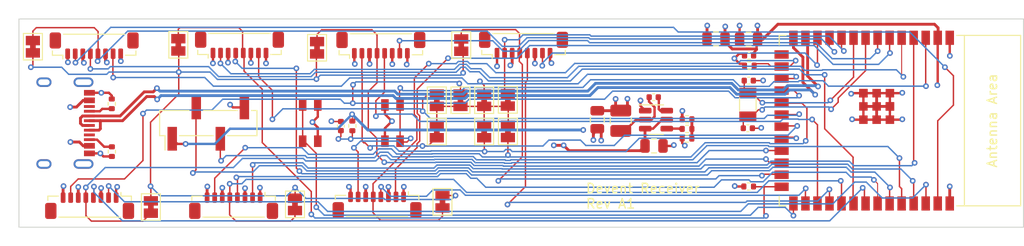
<source format=kicad_pcb>
(kicad_pcb (version 20221018) (generator pcbnew)
  (layers (0 "F.Cu" signal) (1 "In1.Cu" signal) (2 "In2.Cu" signal) (31 "B.Cu" signal) (34 "B.Paste" user) (35 "F.Paste" user) (36 "B.SilkS" user "B.Silkscreen") (37 "F.SilkS" user "F.Silkscreen") (38 "B.Mask" user) (39 "F.Mask" user) (44 "Edge.Cuts" user))
  (net 0 "")
  (net 1 "+5V")
  (net 2 "/PWM_SEND_1")
  (net 3 "/PWM_RCV_1")
  (net 4 "/LED_1")
  (net 5 "GND")
  (net 6 "/DOG_1")
  (net 7 "/PWM_SEND_2")
  (net 8 "/PWM_RCV_2")
  (net 9 "/LED_2")
  (net 10 "/DOG_2")
  (net 11 "/PWM_SEND_3")
  (net 12 "/PWM_RCV_3")
  (net 13 "/LED_3")
  (net 14 "/DOG_3")
  (net 15 "/PWM_SEND_0")
  (net 16 "/PWM_RCV_0")
  (net 17 "/LED_0")
  (net 18 "/DOG_0")
  (net 19 "+3.3V")
  (net 20 "/DOG_5")
  (net 21 "/DOG_4")
  (net 22 "Net-(U2-GPIO19{slash}U1RTS{slash}ADC2_CH8{slash}CLK_OUT2{slash}USB_D-)")
  (net 23 "Net-(U2-GPIO20{slash}U1CTS{slash}ADC2_CH9{slash}CLK_OUT1{slash}USB_D+)")
  (net 24 "/PWM_RCV_5")
  (net 25 "/PWM_SEND_4")
  (net 26 "/PWM_SEND_5")
  (net 27 "/PWM_SEND_6")
  (net 28 "/PWM_RCV_4")
  (net 29 "/LED_4")
  (net 30 "/LED_5")
  (net 31 "/PWM_RCV_6")
  (net 32 "/LED_6")
  (net 33 "/DOG_6")
  (net 34 "Net-(J6-CC2)")
  (net 35 "Net-(J6-CC1)")
  (net 36 "Net-(J8-Pin_3)")
  (net 37 "Net-(J8-Pin_2)")
  (net 40 "Net-(U1-SW)")
  (net 41 "Net-(U1-FB)")
  (net 43 "Net-(R6-Pad1)")
  (net 44 "Net-(U1-BS)")
  (net 45 "Net-(U2-EN)")
  (net 46 "Net-(U2-GPIO15{slash}U0RTS{slash}ADC2_CH4{slash}XTAL_32K_P)")
  (net 47 "Net-(U2-GPIO16{slash}U0CTS{slash}ADC2_CH5{slash}XTAL_32K_N)")
  (net 48 "Net-(U2-GPIO0{slash}BOOT)")
  (net 49 "Net-(JP1-B)")
  (net 50 "Net-(JP10-B)")
  (footprint "Jumper:SolderJumper-2_P1.3mm_Bridged_Pad1.0x1.5mm" (layer "F.Cu") (at 81.485 53.045 -90)
    (fp_text reference "JP13" hide)
    (fp_text value "Jumper_2_Bridged" hide)
  )
  (footprint "Connector_JST:JST_SUR_BM08B-SURS-TF_1x08-1MP_P0.80mm_Vertical" (layer "F.Cu") (at 87.825 69.645 180)
    (fp_text reference "J1" hide)
    (fp_text value "Conn_01x06_Pin" hide)
  )
  (footprint "Capacitor_SMD:C_0402_1005Metric" (layer "F.Cu") (at 84.005 61.315 -90)
    (fp_text reference "C3" hide)
    (fp_text value "2.2u" hide)
  )
  (footprint "Capacitor_SMD:C_0805_2012Metric" (layer "F.Cu") (at 111.085 60.645 90)
    (fp_text reference "C7" hide)
    (fp_text value "22u" hide)
  )
  (footprint "Connector_JST:JST_SUR_BM08B-SURS-TF_1x08-1MP_P0.80mm_Vertical" (layer "F.Cu") (at 88.225 52.775)
    (fp_text reference "J2" hide)
    (fp_text value "Conn_01x06_Pin" hide)
  )
  (footprint "Jumper:SolderJumper-2_P1.3mm_Bridged_Pad1.0x1.5mm" (layer "F.Cu") (at 96.635 58.585 -90)
    (fp_text reference "JP2" hide)
    (fp_text value "Jumper_2_Bridged" hide)
  )
  (footprint "Jumper:SolderJumper-2_P1.3mm_Bridged_Pad1.0x1.5mm" (layer "F.Cu") (at 99.135 61.895 90)
    (fp_text reference "JP6" hide)
    (fp_text value "Jumper_2_Bridged" hide)
  )
  (footprint "Jumper:SolderJumper-2_P1.3mm_Bridged_Pad1.0x1.5mm" (layer "F.Cu") (at 94.735 69.315 90)
    (fp_text reference "JP12" hide)
    (fp_text value "Jumper_2_Bridged" hide)
  )
  (footprint "Capacitor_SMD:C_0402_1005Metric" (layer "F.Cu") (at 127.115 53.875)
    (fp_text reference "C5" hide)
    (fp_text value "100n" hide)
  )
  (footprint "Capacitor_SMD:C_0805_2012Metric" (layer "F.Cu") (at 117.075 63.415 180)
    (fp_text reference "C6" hide)
    (fp_text value "22u" hide)
  )
  (footprint "Inductor_SMD:L_1008_2520Metric" (layer "F.Cu") (at 113.565 60.755 90)
    (fp_text reference "L1" hide)
    (fp_text value "2.2uH" hide)
  )
  (footprint "Resistor_SMD:R_0402_1005Metric" (layer "F.Cu") (at 127.075 67.695 180)
    (fp_text reference "R5" hide)
    (fp_text value "10K" hide)
  )
  (footprint "Resistor_SMD:R_0402_1005Metric" (layer "F.Cu") (at 85.215 61.295 -90)
    (fp_text reference "R1" hide)
    (fp_text value "10K" hide)
  )
  (footprint "Package_TO_SOT_SMD:SOT-23-6" (layer "F.Cu") (at 117.285 60.635)
    (fp_text reference "U1" hide)
    (fp_text value "TD8102" hide)
  )
  (footprint "Jumper:SolderJumper-2_P1.3mm_Bridged_Pad1.0x1.5mm" (layer "F.Cu") (at 94.135 61.895 90)
    (fp_text reference "JP5" hide)
    (fp_text value "Jumper_2_Bridged" hide)
  )
  (footprint "Resistor_SMD:R_0402_1005Metric" (layer "F.Cu") (at 127.145 54.925 180)
    (fp_text reference "R4" hide)
    (fp_text value "10K" hide)
  )
  (footprint "Devent:USB-C" (layer "F.Cu") (at 52.64 61 -90)
    (fp_text reference "J6" hide)
    (fp_text value "USB_C_Receptacle_USB2.0" hide)
  )
  (footprint "Capacitor_SMD:C_0402_1005Metric" (layer "F.Cu") (at 127.085 56.515 180)
    (fp_text reference "C1" hide)
    (fp_text value "18pF" hide)
  )
  (footprint "Devent:TSA343G0" (layer "F.Cu") (at 80.765 61 90)
    (fp_text reference "SW1" hide)
    (fp_text value "SW_Push" hide)
  )
  (footprint "Capacitor_SMD:C_0805_2012Metric" (layer "F.Cu") (at 123.625 52.105)
    (fp_text reference "C14" hide)
    (fp_text value "22u" hide)
  )
  (footprint "Jumper:SolderJumper-2_P1.3mm_Bridged_Pad1.0x1.5mm" (layer "F.Cu") (at 101.645 61.875 90)
    (fp_text reference "JP3" hide)
    (fp_text value "Jumper_2_Bridged" hide)
  )
  (footprint "Capacitor_SMD:C_0805_2012Metric" (layer "F.Cu") (at 127.065 52.145)
    (fp_text reference "C4" hide)
    (fp_text value "22u" hide)
  )
  (footprint "Resistor_SMD:R_0402_1005Metric" (layer "F.Cu") (at 120.56 62.64)
    (fp_text reference "R7" hide)
    (fp_text value "13K" hide)
  )
  (footprint "Resistor_SMD:R_0402_1005Metric" (layer "F.Cu") (at 59.805 58.965 -90)
    (fp_text reference "R3" hide)
    (fp_text value "5.1K" hide)
  )
  (footprint "Connector_JST:JST_SUR_BM08B-SURS-TF_1x08-1MP_P0.80mm_Vertical" (layer "F.Cu") (at 57.465 69.725 180)
    (fp_text reference "J3" hide)
    (fp_text value "Conn_01x06_Pin" hide)
  )
  (footprint "Connector_JST:JST_SUR_BM08B-SURS-TF_1x08-1MP_P0.80mm_Vertical" (layer "F.Cu") (at 57.945 52.825)
    (fp_text reference "J7" hide)
    (fp_text value "Conn_01x06_Pin" hide)
  )
  (footprint "Devent:TSA343G0" (layer "F.Cu") (at 89.455 61 90)
    (fp_text reference "SW2" hide)
    (fp_text value "SW_Push" hide)
  )
  (footprint "Jumper:SolderJumper-2_P1.3mm_Bridged_Pad1.0x1.5mm" (layer "F.Cu") (at 66.835 52.735 -90)
    (fp_text reference "JP11" hide)
    (fp_text value "Jumper_2_Bridged" hide)
  )
  (footprint "Jumper:SolderJumper-2_P1.3mm_Bridged_Pad1.0x1.5mm" (layer "F.Cu") (at 101.635 58.555 -90)
    (fp_text reference "JP7" hide)
    (fp_text value "Jumper_2_Bridged" hide)
  )
  (footprint "Jumper:SolderJumper-2_P1.3mm_Bridged_Pad1.0x1.5mm" (layer "F.Cu") (at 96.715 52.765 -90)
    (fp_text reference "JP14" hide)
    (fp_text value "Jumper_2_Bridged" hide)
  )
  (footprint "Jumper:SolderJumper-2_P1.3mm_Bridged_Pad1.0x1.5mm" (layer "F.Cu") (at 94.135 58.585 -90)
    (fp_text reference "JP4" hide)
    (fp_text value "Jumper_2_Bridged" hide)
  )
  (footprint "Crystal:Crystal_SMD_3215-2Pin_3.2x1.5mm" (layer "F.Cu") (at 126.985 59.025 -90)
    (fp_text reference "Y1" hide)
    (fp_text value "Crystal" hide)
  )
  (footprint "Connector_PinHeader_2.54mm:PinHeader_1x04_P2.54mm_Vertical_SMD_Pin1Left" (layer "F.Cu") (at 70 61 90)
    (fp_text reference "J8" hide)
    (fp_text value "Conn_01x04_Pin" hide)
  )
  (footprint "Jumper:SolderJumper-2_P1.3mm_Bridged_Pad1.0x1.5mm" (layer "F.Cu") (at 51.475 52.935 -90)
    (fp_text reference "JP8" hide)
    (fp_text value "Jumper_2_Bridged" hide)
  )
  (footprint "Capacitor_SMD:C_0402_1005Metric" (layer "F.Cu") (at 117.045 58.265)
    (fp_text reference "C8" hide)
    (fp_text value "100n" hide)
  )
  (footprint "Resistor_SMD:R_0402_1005Metric" (layer "F.Cu") (at 120.565 60.595 180)
    (fp_text reference "R6" hide)
    (fp_text value "40.2K" hide)
  )
  (footprint "PCM_Espressif:ESP32-S3-WROOM-1" (layer "F.Cu") (at 140.05 60.74 -90)
    (fp_text reference "U2" hide)
    (fp_text value "ESP32-S3-WROOM-1" hide)
  )
  (footprint "Connector_JST:JST_SUR_BM08B-SURS-TF_1x08-1MP_P0.80mm_Vertical" (layer "F.Cu") (at 72.675 69.725 180)
    (fp_text reference "J4" hide)
    (fp_text value "Conn_01x06_Pin" hide)
  )
  (footprint "Capacitor_SMD:C_0402_1005Metric" (layer "F.Cu") (at 126.985 61.545)
    (fp_text reference "C2" hide)
    (fp_text value "18pF" hide)
  )
  (footprint "Connector_JST:JST_SUR_BM08B-SURS-TF_1x08-1MP_P0.80mm_Vertical" (layer "F.Cu") (at 103.295 52.755)
    (fp_text reference "J9" hide)
    (fp_text value "Conn_01x06_Pin" hide)
  )
  (footprint "Jumper:SolderJumper-2_P1.3mm_Bridged_Pad1.0x1.5mm" (layer "F.Cu") (at 79.155 69.585 90)
    (fp_text reference "JP10" hide)
    (fp_text value "Jumper_2_Bridged" hide)
  )
  (footprint "Resistor_SMD:R_0402_1005Metric" (layer "F.Cu") (at 120.565 61.615)
    (fp_text reference "R8" hide)
    (fp_text value "75K" hide)
  )
  (footprint "Jumper:SolderJumper-2_P1.3mm_Bridged_Pad1.0x1.5mm" (layer "F.Cu") (at 63.935 69.865 90)
    (fp_text reference "JP9" hide)
    (fp_text value "Jumper_2_Bridged" hide)
  )
  (footprint "Jumper:SolderJumper-2_P1.3mm_Bridged_Pad1.0x1.5mm" (layer "F.Cu") (at 99.135 58.585 -90)
    (fp_text reference "JP1" hide)
    (fp_text value "Jumper_2_Bridged" hide)
  )
  (footprint "Resistor_SMD:R_0402_1005Metric" (layer "F.Cu") (at 59.815 64.015 90)
    (fp_text reference "R2" hide)
    (fp_text value "5.1K" hide)
  )
  (footprint "Connector_JST:JST_SUR_BM08B-SURS-TF_1x08-1MP_P0.80mm_Vertical" (layer "F.Cu") (at 73.295 52.745)
    (fp_text reference "J5" hide)
    (fp_text value "Conn_01x06_Pin" hide)
  )
  (gr_rect (start 50 50) (end 156.1 72) (stroke (width 0.1)) (fill none) (layer "Edge.Cuts"))
  (gr_text "Devent Receiver\nRev A1" (at 109.8 70.1) (layer "F.SilkS") (effects (font (size 1 1)) (justify left bottom)))
  (segment (start 85.025 68.795) (end 85.025 67.895) (width 0.25) (layer "F.Cu") (net 1))
  (segment (start 100.495 54.995) (end 100.5 55) (width 0.25) (layer "F.Cu") (net 1))
  (segment (start 60.745 53.675) (end 60.745 54.444764) (width 0.25) (layer "F.Cu") (net 1))
  (segment (start 57.445 58.6) (end 56.784594 58.6) (width 0.3) (layer "F.Cu") (net 1))
  (segment (start 69.875 68.875) (end 69.875 67.725014) (width 0.3) (layer "F.Cu") (net 1))
  (segment (start 115.625062 63.914938) (end 108.094938 63.914938) (width 0.3) (layer "F.Cu") (net 1))
  (segment (start 54.665 67.705) (end 54.71 67.66) (width 0.3) (layer "F.Cu") (net 1))
  (segment (start 117.95 60.61) (end 117.96 60.62) (width 0.25) (layer "F.Cu") (net 1))
  (segment (start 116.1475 61.585) (end 116.975 61.585) (width 0.25) (layer "F.Cu") (net 1))
  (segment (start 85.425 53.625) (end 85.425 54.70572) (width 0.25) (layer "F.Cu") (net 1))
  (segment (start 117.96 60.62) (end 118.5 60.62) (width 0.25) (layer "F.Cu") (net 1))
  (segment (start 69.875 67.725014) (end 69.900007 67.700007) (width 0.3) (layer "F.Cu") (net 1))
  (segment (start 85.025 67.895) (end 84.855 67.725) (width 0.25) (layer "F.Cu") (net 1))
  (segment (start 56.784594 58.6) (end 56.074594 59.31) (width 0.3) (layer "F.Cu") (net 1))
  (segment (start 56.074594 59.31) (end 55.41 59.31) (width 0.3) (layer "F.Cu") (net 1))
  (segment (start 116.125 63.415) (end 115.625062 63.914938) (width 0.3) (layer "F.Cu") (net 1))
  (segment (start 116.125 63.415) (end 116.125 61.565) (width 0.3) (layer "F.Cu") (net 1))
  (segment (start 116.125 61.565) (end 116.13 61.56) (width 0.3) (layer "F.Cu") (net 1))
  (segment (start 85.425 54.70572) (end 85.47428 54.755) (width 0.25) (layer "F.Cu") (net 1))
  (segment (start 54.665 68.875) (end 54.665 67.705) (width 0.3) (layer "F.Cu") (net 1))
  (segment (start 56.384594 63) (end 56.784594 63.4) (width 0.3) (layer "F.Cu") (net 1))
  (segment (start 55.44 63) (end 56.384594 63) (width 0.3) (layer "F.Cu") (net 1))
  (segment (start 116.975 61.585) (end 117.95 60.61) (width 0.25) (layer "F.Cu") (net 1))
  (segment (start 108.094938 63.914938) (end 107.53 63.35) (width 0.3) (layer "F.Cu") (net 1))
  (segment (start 106.49 63.35) (end 107.53 63.35) (width 0.3) (layer "F.Cu") (net 1))
  (segment (start 60.745 54.444764) (end 60.760236 54.46) (width 0.25) (layer "F.Cu") (net 1))
  (segment (start 76.095 53.595) (end 76.095 54.69) (width 0.25) (layer "F.Cu") (net 1))
  (segment (start 56.784594 63.4) (end 57.5 63.4) (width 0.3) (layer "F.Cu") (net 1))
  (segment (start 100.495 53.605) (end 100.495 54.995) (width 0.25) (layer "F.Cu") (net 1))
  (via (at 69.900007 67.700007) (size 0.6) (drill 0.3) (layers "F.Cu" "B.Cu") (net 1))
  (via (at 107.53 63.35) (size 0.6) (drill 0.3) (layers "F.Cu" "B.Cu") (net 1))
  (via (at 100.5 55) (size 0.6) (drill 0.3) (layers "F.Cu" "B.Cu") (net 1))
  (via (at 84.855 67.725) (size 0.6) (drill 0.3) (layers "F.Cu" "B.Cu") (net 1))
  (via (at 54.71 67.66) (size 0.6) (drill 0.3) (layers "F.Cu" "B.Cu") (net 1))
  (via (at 85.47428 54.755) (size 0.6) (drill 0.3) (layers "F.Cu" "B.Cu") (net 1))
  (via (at 55.440002 63) (size 0.6) (drill 0.3) (layers "F.Cu" "B.Cu") (net 1))
  (via (at 55.41 59.31) (size 0.6) (drill 0.3) (layers "F.Cu" "B.Cu") (net 1))
  (via (at 106.49 63.35) (size 0.6) (drill 0.3) (layers "F.Cu" "B.Cu") (net 1))
  (via (at 60.760236 54.46) (size 0.6) (drill 0.3) (layers "F.Cu" "B.Cu") (net 1))
  (via (at 76.095 54.69) (size 0.6) (drill 0.3) (layers "F.Cu" "B.Cu") (net 1))
  (segment (start 131.865 57.565) (end 132.4 58.1) (width 0.15) (layer "F.Cu") (net 2))
  (segment (start 55.475 67.685) (end 56.26 66.9) (width 0.15) (layer "F.Cu") (net 2))
  (segment (start 96.635 56.946391) (end 96.511778 56.823169) (width 0.15) (layer "F.Cu") (net 2))
  (segment (start 56.26 66.9) (end 61.15 66.9) (width 0.15) (layer "F.Cu") (net 2))
  (segment (start 63.1 64.95) (end 63.1 60) (width 0.15) (layer "F.Cu") (net 2))
  (segment (start 85.26 58.9) (end 85.26 56.984547) (width 0.15) (layer "F.Cu") (net 2))
  (segment (start 85.26 56.984547) (end 85.289547 56.955) (width 0.15) (layer "F.Cu") (net 2))
  (segment (start 130.55 57.565) (end 131.865 57.565) (width 0.15) (layer "F.Cu") (net 2))
  (segment (start 55.465 67.695) (end 55.475 67.685) (width 0.15) (layer "F.Cu") (net 2))
  (segment (start 96.635 57.935) (end 96.635 56.946391) (width 0.15) (layer "F.Cu") (net 2))
  (segment (start 55.465 68.875) (end 55.465 67.695) (width 0.15) (layer "F.Cu") (net 2))
  (segment (start 61.15 66.9) (end 63.1 64.95) (width 0.15) (layer "F.Cu") (net 2))
  (via (at 132.4 58.1) (size 0.6) (drill 0.3) (layers "F.Cu" "B.Cu") (net 2))
  (via (at 63.1 60) (size 0.6) (drill 0.3) (layers "F.Cu" "B.Cu") (net 2))
  (via (at 85.26 58.9) (size 0.6) (drill 0.3) (layers "F.Cu" "B.Cu") (net 2))
  (via (at 96.511778 56.823169) (size 0.6) (drill 0.3) (layers "F.Cu" "B.Cu") (net 2))
  (via (at 85.289547 56.955) (size 0.6) (drill 0.3) (layers "F.Cu" "B.Cu") (net 2))
  (segment (start 125.64652 58.325303) (end 132.174697 58.325303) (width 0.15) (layer "B.Cu") (net 2))
  (segment (start 70.379595 59.625) (end 71.529595 58.475) (width 0.15) (layer "B.Cu") (net 2))
  (segment (start 83.945 58.475) (end 84.37 58.9) (width 0.15) (layer "B.Cu") (net 2))
  (segment (start 124.946217 57.625) (end 125.64652 58.325303) (width 0.15) (layer "B.Cu") (net 2))
  (segment (start 83.84 58.475) (end 83.945 58.475) (width 0.15) (layer "B.Cu") (net 2))
  (segment (start 63.1 60) (end 63.475 59.625) (width 0.15) (layer "B.Cu") (net 2))
  (segment (start 63.475 59.625) (end 70.379595 59.625) (width 0.15) (layer "B.Cu") (net 2))
  (segment (start 111.854771 58.475) (end 112.704771 57.625) (width 0.15) (layer "B.Cu") (net 2))
  (segment (start 97.125529 58.9) (end 97.550529 58.475) (width 0.15) (layer "B.Cu") (net 2))
  (segment (start 84.37 58.9) (end 85.26 58.9) (width 0.15) (layer "B.Cu") (net 2))
  (segment (start 112.704771 57.625) (end 124.946217 57.625) (width 0.15) (layer "B.Cu") (net 2))
  (segment (start 132.174697 58.325303) (end 132.4 58.1) (width 0.15) (layer "B.Cu") (net 2))
  (segment (start 85.594547 56.65) (end 96.338609 56.65) (width 0.15) (layer "B.Cu") (net 2))
  (segment (start 97.550529 58.475) (end 111.854771 58.475) (width 0.15) (layer "B.Cu") (net 2))
  (segment (start 85.289547 56.955) (end 85.594547 56.65) (width 0.15) (layer "B.Cu") (net 2))
  (segment (start 71.529595 58.475) (end 83.84 58.475) (width 0.15) (layer "B.Cu") (net 2))
  (segment (start 96.338609 56.65) (end 96.511778 56.823169) (width 0.15) (layer "B.Cu") (net 2))
  (segment (start 85.26 58.9) (end 97.125529 58.9) (width 0.15) (layer "B.Cu") (net 2))
  (segment (start 63.935 70.515) (end 63.1 71.35) (width 0.15) (layer "F.Cu") (net 3))
  (segment (start 63.1 71.35) (end 57.65 71.35) (width 0.15) (layer "F.Cu") (net 3))
  (segment (start 130.4 63.9) (end 128.900002 63.9) (width 0.15) (layer "F.Cu") (net 3))
  (segment (start 57.065 68.875) (end 57.065 67.8) (width 0.15) (layer "F.Cu") (net 3))
  (segment (start 57.65 71.35) (end 57.08 70.78) (width 0.15) (layer "F.Cu") (net 3))
  (segment (start 57.08 70.78) (end 57.08 68.82) (width 0.15) (layer "F.Cu") (net 3))
  (via (at 57.065 67.8) (size 0.6) (drill 0.3) (layers "F.Cu" "B.Cu") (net 3))
  (via (at 128.900002 63.9) (size 0.6) (drill 0.3) (layers "F.Cu" "B.Cu") (net 3))
  (segment (start 87.69888 65) (end 80.294129 65) (width 0.15) (layer "B.Cu") (net 3))
  (segment (start 88.833072 64.424998) (end 88.273882 64.424998) (width 0.15) (layer "B.Cu") (net 3))
  (segment (start 89.273074 64.865) (end 88.833072 64.424998) (width 0.15) (layer "B.Cu") (net 3))
  (segment (start 59.115 65.695) (end 57.075 67.735) (width 0.15) (layer "B.Cu") (net 3))
  (segment (start 88.273882 64.424998) (end 87.69888 65) (width 0.15) (layer "B.Cu") (net 3))
  (segment (start 73.611827 64.735636) (end 72.652463 65.695) (width 0.15) (layer "B.Cu") (net 3))
  (segment (start 93.871979 64.865) (end 89.273074 64.865) (width 0.15) (layer "B.Cu") (net 3))
  (segment (start 128.900002 63.9) (end 122.9 63.9) (width 0.15) (layer "B.Cu") (net 3))
  (segment (start 101.287563 65.245) (end 101.222563 65.18) (width 0.15) (layer "B.Cu") (net 3))
  (segment (start 102.012437 65.245) (end 101.287563 65.245) (width 0.15) (layer "B.Cu") (net 3))
  (segment (start 80.294129 65) (end 80.029765 64.735636) (width 0.15) (layer "B.Cu") (net 3))
  (segment (start 93.901979 64.835) (end 93.871979 64.865) (width 0.15) (layer "B.Cu") (net 3))
  (segment (start 122.9 63.9) (end 121.62 65.18) (width 0.15) (layer "B.Cu") (net 3))
  (segment (start 72.652463 65.695) (end 59.115 65.695) (width 0.15) (layer "B.Cu") (net 3))
  (segment (start 102.077437 65.18) (end 102.012437 65.245) (width 0.15) (layer "B.Cu") (net 3))
  (segment (start 97.855584 64.835) (end 93.901979 64.835) (width 0.15) (layer "B.Cu") (net 3))
  (segment (start 57.065 67.79) (end 57.065 67.8) (width 0.15) (layer "B.Cu") (net 3))
  (segment (start 101.222563 65.18) (end 98.200584 65.18) (width 0.15) (layer "B.Cu") (net 3))
  (segment (start 80.029765 64.735636) (end 73.611827 64.735636) (width 0.15) (layer "B.Cu") (net 3))
  (segment (start 57.075 67.735) (end 57.075 68.04) (width 0.15) (layer "B.Cu") (net 3))
  (segment (start 121.62 65.18) (end 102.077437 65.18) (width 0.15) (layer "B.Cu") (net 3))
  (segment (start 98.200584 65.18) (end 97.855584 64.835) (width 0.15) (layer "B.Cu") (net 3))
  (segment (start 57.92 69.07) (end 57.92 67.71) (width 0.15) (layer "F.Cu") (net 4))
  (segment (start 139.3 68.019239) (end 139.116407 67.835646) (width 0.15) (layer "F.Cu") (net 4))
  (segment (start 139.3 69.6) (end 139.3 68.019239) (width 0.15) (layer "F.Cu") (net 4))
  (via (at 57.92 67.71) (size 0.6) (drill 0.3) (layers "F.Cu" "B.Cu") (net 4))
  (via (at 139.116407 67.835646) (size 0.6) (drill 0.3) (layers "F.Cu" "B.Cu") (net 4))
  (segment (start 57.92 68.316825) (end 57.92 67.71) (width 0.15) (layer "B.Cu") (net 4))
  (segment (start 135.627054 71.324999) (end 60.928174 71.324999) (width 0.15) (layer "B.Cu") (net 4))
  (segment (start 139.116407 67.835646) (end 135.627054 71.324999) (width 0.15) (layer "B.Cu") (net 4))
  (segment (start 60.928174 71.324999) (end 57.92 68.316825) (width 0.15) (layer "B.Cu") (net 4))
  (segment (start 88.655 61.545) (end 89.4 60.8) (width 0.25) (layer "F.Cu") (net 5))
  (segment (start 111.5 61.91) (end 111.5 62.84) (width 0.3) (layer "F.Cu") (net 5))
  (segment (start 139.19 59.24) (end 141.94 59.24) (width 0.3) (layer "F.Cu") (net 5))
  (segment (start 58.665 67.875) (end 58.68 67.86) (width 0.3) (layer "F.Cu") (net 5))
  (segment (start 58.665 68.875) (end 58.665 67.875) (width 0.3) (layer "F.Cu") (net 5))
  (segment (start 148.31 69.49) (end 148.31 67.69) (width 0.3) (layer "F.Cu") (net 5))
  (segment (start 141.99 60.59) (end 142.1 60.7) (width 0.25) (layer "F.Cu") (net 5))
  (segment (start 143.26 57.84) (end 143.3 57.8) (width 0.25) (layer "F.Cu") (net 5))
  (segment (start 59.805 58.105) (end 59.5 57.8) (width 0.25) (layer "F.Cu") (net 5))
  (segment (start 102.095 54.705) (end 101.9 54.9) (width 0.3) (layer "F.Cu") (net 5))
  (segment (start 126.535 54.725) (end 126.11532 54.725) (width 0.25) (layer "F.Cu") (net 5))
  (segment (start 71.475 67.835) (end 71.48 67.83) (width 0.3) (layer "F.Cu") (net 5))
  (segment (start 139.19 60.64) (end 139.19 58.01) (width 0.25) (layer "F.Cu") (net 5))
  (segment (start 126.11532 54.725) (end 125.56532 54.175) (width 0.25) (layer "F.Cu") (net 5))
  (segment (start 140.59 57.84) (end 140.59 60.69) (width 0.3) (layer "F.Cu") (net 5))
  (segment (start 89.025 68.795) (end 89.025 68.349595) (width 0.15) (layer "F.Cu") (net 5))
  (segment (start 140.59 60.69) (end 140.6 60.7) (width 0.3) (layer "F.Cu") (net 5))
  (segment (start 81.565 60.335) (end 81 60.9) (width 0.25) (layer "F.Cu") (net 5))
  (segment (start 59.145 54.455) (end 59.285 54.595) (width 0.3) (layer "F.Cu") (net 5))
  (segment (start 91.025 54.734624) (end 90.954624 54.805) (width 0.25) (layer "F.Cu") (net 5))
  (segment (start 110.67 62.23) (end 110.67 62.11) (width 0.3) (layer "F.Cu") (net 5))
  (segment (start 90.625 68.795) (end 90.625 67.75) (width 0.25) (layer "F.Cu") (net 5))
  (segment (start 106.095 54.520762) (end 106.240853 54.666615) (width 0.25) (layer "F.Cu") (net 5))
  (segment (start 56.265 68.875) (end 56.265 67.75136) (width 0.3) (layer "F.Cu") (net 5))
  (segment (start 57.445 57.8) (end 58.7 57.8) (width 0.25) (layer "F.Cu") (net 5))
  (segment (start 122.675 52.105) (end 122.675 50.725) (width 0.3) (layer "F.Cu") (net 5))
  (segment (start 74.495 53.595) (end 74.495 54.645) (width 0.25) (layer "F.Cu") (net 5))
  (segment (start 81.565 62.9125) (end 81.565 61.465) (width 0.25) (layer "F.Cu") (net 5))
  (segment (start 139.19 57.84) (end 137.96 57.84) (width 0.25) (layer "F.Cu") (net 5))
  (segment (start 141.94 59.24) (end 142 59.3) (width 0.3) (layer "F.Cu") (net 5))
  (segment (start 89.425 54.769754) (end 89.433983 54.778737) (width 0.25) (layer "F.Cu") (net 5))
  (segment (start 57.445 64.2) (end 58.6 64.2) (width 0.25) (layer "F.Cu") (net 5))
  (segment (start 125.644846 67.695) (end 125.599846 67.65) (width 0.25) (layer "F.Cu") (net 5))
  (segment (start 75.475 67.845) (end 75.45 67.82) (width 0.25) (layer "F.Cu") (net 5))
  (segment (start 72.595 59.345) (end 72.302298 59.052298) (width 0.25) (layer "F.Cu") (net 5))
  (segment (start 86.625 68.795) (end 86.625 67.72) (width 0.3) (layer "F.Cu") (net 5))
  (segment (start 87.025 53.625) (end 87.025 54.746419) (width 0.3) (layer "F.Cu") (net 5))
  (segment (start 71.475 68.875) (end 71.475 67.835) (width 0.3) (layer "F.Cu") (net 5))
  (segment (start 111.33 61.74) (end 111.5 61.91) (width 0.3) (layer "F.Cu") (net 5))
  (segment (start 73.81 59.345) (end 72.595 59.345) (width 0.25) (layer "F.Cu") (net 5))
  (segment (start 126.115 52.145) (end 126.115 50.7) (width 0.25) (layer "F.Cu") (net 5))
  (segment (start 116.1475 59.685) (end 115.648594 59.186094) (width 0.25) (layer "F.Cu") (net 5))
  (segment (start 91.025 53.625) (end 91.025 54.734624) (width 0.25) (layer "F.Cu") (net 5))
  (segment (start 127.465 61.545) (end 128.355 61.545) (width 0.15) (layer "F.Cu") (net 5))
  (segment (start 75.475 68.875) (end 75.475 67.845) (width 0.25) (layer "F.Cu") (net 5))
  (segment (start 73.875 67.885) (end 73.88 67.88) (width 0.3) (layer "F.Cu") (net 5))
  (segment (start 137.96 57.84) (end 137.9 57.9) (width 0.25) (layer "F.Cu") (net 5))
  (segment (start 139.24 60.64) (end 139.2 60.6) (width 0.25) (layer "F.Cu") (net 5))
  (segment (start 120.05 62.64) (end 120.05 63.09607) (width 0.25) (layer "F.Cu") (net 5))
  (segment (start 141.99 57.84) (end 141.99 60.59) (width 0.25) (layer "F.Cu") (net 5))
  (segment (start 59.145 53.675) (end 59.145 54.455) (width 0.3) (layer "F.Cu") (net 5))
  (segment (start 59.815 64.525) (end 58.925 64.525) (width 0.25) (layer "F.Cu") (net 5))
  (segment (start 148.31 53.89) (end 148.32 53.9) (width 0.25) (layer "F.Cu") (net 5))
  (segment (start 56.265 67.75136) (end 56.266575 67.749785) (width 0.3) (layer "F.Cu") (net 5))
  (segment (start 104.495 53.605) (end 104.495 54.699719) (width 0.25) (layer "F.Cu") (net 5))
  (segment (start 139.19 57.84) (end 142.16 57.84) (width 0.25) (layer "F.Cu") (net 5))
  (segment (start 139.19 58.01) (end 139.2 58) (width 0.25) (layer "F.Cu") (net 5))
  (segment (start 60.265 67.845) (end 60.376587 67.733413) (width 0.25) (layer "F.Cu") (net 5))
  (segment (start 88.655 62.9125) (end 88.655 61.545) (width 0.25) (layer "F.Cu") (net 5))
  (segment (start 87.025 54.746419) (end 87.033581 54.755) (width 0.3) (layer "F.Cu") (net 5))
  (segment (start 115.648594 59.186094) (end 115.648594 58.613835) (width 0.25) (layer "F.Cu") (net 5))
  (segment (start 73.875 68.875) (end 73.875 67.885) (width 0.3) (layer "F.Cu") (net 5))
  (segment (start 90.625 67.75) (end 90.65 67.725) (width 0.25) (layer "F.Cu") (net 5))
  (segment (start 110.67 62.11) (end 111.11 61.67) (width 0.3) (layer "F.Cu") (net 5))
  (segment (start 122.675 50.725) (end 122.7 50.7) (width 0.3) (layer "F.Cu") (net 5))
  (segment (start 70.49 54.685) (end 70.495 54.68) (width 0.25) (layer "F.Cu") (net 5))
  (segment (start 59.805 58.455) (end 59.805 58.105) (width 0.25) (layer "F.Cu") (net 5))
  (segment (start 88.655 59.0875) (end 88.655 60.055) (width 0.25) (layer "F.Cu") (net 5))
  (segment (start 128.585 56.515) (end 128.6 56.5) (width 0.15) (layer "F.Cu") (net 5))
  (segment (start 104.495 54.699719) (end 104.494996 54.699723) (width 0.25) (layer "F.Cu") (net 5))
  (segment (start 56.745 54.519278) (end 56.860865 54.635143) (width 0.3) (layer "F.Cu") (net 5))
  (segment (start 119.079059 63.415) (end 119.169059 63.325) (width 0.25) (layer "F.Cu") (net 5))
  (segment (start 72.095 53.595) (end 72.095 54.598733) (width 0.3) (layer "F.Cu") (net 5))
  (segment (start 88.655 60.055) (end 89.4 60.8) (width 0.25) (layer "F.Cu") (net 5))
  (segment (start 81.565 59.0875) (end 81.565 60.335) (width 0.25) (layer "F.Cu") (net 5))
  (segment (start 102.095 53.605) (end 102.095 54.705) (width 0.3) (layer "F.Cu") (net 5))
  (segment (start 143.26 60.64) (end 143.3 60.6) (width 0.25) (layer "F.Cu") (net 5))
  (segment (start 126.535 53.675) (end 126.06532 53.675) (width 0.25) (layer "F.Cu") (net 5))
  (segment (start 148.31 51.99) (end 148.31 53.89) (width 0.25) (layer "F.Cu") (net 5))
  (segment (start 118.025 63.415) (end 119.079059 63.415) (width 0.25) (layer "F.Cu") (net 5))
  (segment (start 141.99 60.64) (end 143.26 60.64) (width 0.25) (layer "F.Cu") (net 5))
  (segment (start 55.145 54.552131) (end 55.170854 54.577985) (width 0.25) (layer "F.Cu") (net 5))
  (segment (start 83.035 60.835) (end 83 60.8) (width 0.15) (layer "F.Cu") (net 5))
  (segment (start 59.5 57.8) (end 58.7 57.8) (width 0.25) (layer "F.Cu") (net 5))
  (segment (start 139.19 60.64) (end 138.04 60.64) (width 0.25) (layer "F.Cu") (net 5))
  (segment (start 70.495 54.68) (end 70.495 53.595) (width 0.25) (layer "F.Cu") (net 5))
  (segment (start 81.565 61.465) (end 81 60.9) (width 0.25) (layer "F.Cu") (net 5))
  (segment (start 127.565 56.515) (end 128.585 56.515) (width 0.15) (layer "F.Cu") (net 5))
  (segment (start 89.025 68.795) (end 89.025 67.735) (width 0.3) (layer "F.Cu") (net 5))
  (segment (start 142.16 57.84) (end 142.2 57.8) (width 0.25) (layer "F.Cu") (net 5))
  (segment (start 89.025 67.735) (end 89.03 67.73) (width 0.3) (layer "F.Cu") (net 5))
  (segment (start 58.925 64.525) (end 58.6 64.2) (width 0.25) (layer "F.Cu") (net 5))
  (segment (start 141.99 60.64) (end 139.24 60.64) (width 0.25) (layer "F.Cu") (net 5))
  (segment (start 89.425 53.625) (end 89.425 54.769754) (width 0.25) (layer "F.Cu") (net 5))
  (segment (start 60.265 68.875) (end 60.265 67.845) (width 0.25) (layer "F.Cu") (net 5))
  (segment (start 56.745 53.675) (end 56.745 54.519278) (width 0.3) (layer "F.Cu") (net 5))
  (segment (start 141.99 57.84) (end 143.26 57.84) (width 0.25) (layer "F.Cu") (net 5))
  (segment (start 106.095 53.605) (end 106.095 54.520762) (width 0.25) (layer "F.Cu") (net 5))
  (segment (start 126.565 67.695) (end 125.644846 67.695) (width 0.25) (layer "F.Cu") (net 5))
  (segment (start 120.05 63.09607) (end 120.32893 63.375) (width 0.25) (layer "F.Cu") (net 5))
  (segment (start 72.095 54.598733) (end 72.078372 54.615361) (width 0.3) (layer "F.Cu") (net 5))
  (segment (start 138.04 60.64) (end 138 60.6) (width 0.25) (layer "F.Cu") (net 5))
  (segment (start 84.005 60.835) (end 83.035 60.835) (width 0.15) (layer "F.Cu") (net 5))
  (segment (start 128.355 61.545) (end 128.4 61.5) (width 0.15) (layer "F.Cu") (net 5))
  (segment (start 55.145 53.675) (end 55.145 54.552131) (width 0.25) (layer "F.Cu") (net 5))
  (segment (start 126.06532 53.675) (end 125.56532 54.175) (width 0.25) (layer "F.Cu") (net 5))
  (segment (start 110.67 62.79) (end 110.67 62.23) (width 0.3) (layer "F.Cu") (net 5))
  (via (at 143.3 60.6) (size 0.6) (drill 0.3) (layers "F.Cu" "B.Cu") (net 5))
  (via (at 111.5 62.84) (size 0.6) (drill 0.3) (layers "F.Cu" "B.Cu") (net 5))
  (via (at 143.3 57.8) (size 0.6) (drill 0.3) (layers "F.Cu" "B.Cu") (net 5))
  (via (at 110.67 62.79) (size 0.6) (drill 0.3) (layers "F.Cu" "B.Cu") (net 5))
  (via (at 59.285 54.595) (size 0.6) (drill 0.3) (layers "F.Cu" "B.Cu") (net 5))
  (via (at 75.45 67.82) (size 0.6) (drill 0.3) (layers "F.Cu" "B.Cu") (net 5))
  (via (at 122.7 50.7) (size 0.6) (drill 0.3) (layers "F.Cu" "B.Cu") (net 5))
  (via (at 89.433983 54.778737) (size 0.6) (drill 0.3) (layers "F.Cu" "B.Cu") (net 5))
  (via (at 120.32893 63.375) (size 0.6) (drill 0.3) (layers "F.Cu" "B.Cu") (net 5))
  (via (at 148.32 53.9) (size 0.6) (drill 0.3) (layers "F.Cu" "B.Cu") (net 5))
  (via (at 70.49 54.685) (size 0.6) (drill 0.3) (layers "F.Cu" "B.Cu") (net 5))
  (via (at 87.033581 54.755) (size 0.6) (drill 0.3) (layers "F.Cu" "B.Cu") (net 5))
  (via (at 126.115 50.7) (size 0.6) (drill 0.3) (layers "F.Cu" "B.Cu") (net 5))
  (via (at 58.6 64.2) (size 0.6) (drill 0.3) (layers "F.Cu" "B.Cu") (net 5))
  (via (at 60.376587 67.733413) (size 0.6) (drill 0.3) (layers "F.Cu" "B.Cu") (net 5))
  (via (at 56.266575 67.749785) (size 0.6) (drill 0.3) (layers "F.Cu" "B.Cu") (net 5))
  (via (at 148.31 67.69) (size 0.6) (drill 0.3) (layers "F.Cu" "B.Cu") (net 5))
  (via (at 89.4 60.8) (size 0.6) (drill 0.3) (layers "F.Cu" "B.Cu") (net 5))
  (via (at 89.03 67.73) (size 0.6) (drill 0.3) (layers "F.Cu" "B.Cu") (net 5))
  (via (at 55.170854 54.577985) (size 0.6) (drill 0.3) (layers "F.Cu" "B.Cu") (net 5))
  (via (at 83 60.8) (size 0.6) (drill 0.3) (layers "F.Cu" "B.Cu") (net 5))
  (via (at 128.4 61.5) (size 0.6) (drill 0.3) (layers "F.Cu" "B.Cu") (net 5))
  (via (at 73.88 67.88) (size 0.6) (drill 0.3) (layers "F.Cu" "B.Cu") (net 5))
  (via (at 137.9 57.9) (size 0.6) (drill 0.3) (layers "F.Cu" "B.Cu") (net 5))
  (via (at 128.6 56.5) (size 0.6) (drill 0.3) (layers "F.Cu" "B.Cu") (net 5))
  (via (at 101.9 54.9) (size 0.6) (drill 0.3) (layers "F.Cu" "B.Cu") (net 5))
  (via (at 74.495 54.645) (size 0.6) (drill 0.3) (layers "F.Cu" "B.Cu") (net 5))
  (via (at 72.078372 54.615361) (size 0.6) (drill 0.3) (layers "F.Cu" "B.Cu") (net 5))
  (via (at 125.599846 67.65) (size 0.6) (drill 0.3) (layers "F.Cu" "B.Cu") (net 5))
  (via (at 71.48 67.83) (size 0.6) (drill 0.3) (layers "F.Cu" "B.Cu") (net 5))
  (via (at 104.494996 54.699723) (size 0.6) (drill 0.3) (layers "F.Cu" "B.Cu") (net 5))
  (via (at 90.954624 54.805) (size 0.6) (drill 0.3) (layers "F.Cu" "B.Cu") (net 5))
  (via (at 58.7 57.8) (size 0.6) (drill 0.3) (layers "F.Cu" "B.Cu") (net 5))
  (via (at 90.65 67.725) (size 0.6) (drill 0.3) (layers "F.Cu" "B.Cu") (net 5))
  (via (at 81 60.9) (size 0.6) (drill 0.3) (layers "F.Cu" "B.Cu") (net 5))
  (via (at 119.169059 63.325) (size 0.6) (drill 0.3) (layers "F.Cu" "B.Cu") (net 5))
  (via (at 72.302298 59.052298) (size 0.6) (drill 0.3) (layers "F.Cu" "B.Cu") (net 5))
  (via (at 115.648594 58.613835) (size 0.6) (drill 0.3) (layers "F.Cu" "B.Cu") (net 5))
  (via (at 106.240853 54.666615) (size 0.6) (drill 0.3) (layers "F.Cu" "B.Cu") (net 5))
  (via (at 86.625 67.72) (size 0.6) (drill 0.3) (layers "F.Cu" "B.Cu") (net 5))
  (via (at 56.860865 54.635143) (size 0.6) (drill 0.3) (layers "F.Cu" "B.Cu") (net 5))
  (via (at 58.68 67.86) (size 0.6) (drill 0.3) (layers "F.Cu" "B.Cu") (net 5))
  (via (at 125.56532 54.175) (size 0.6) (drill 0.3) (layers "F.Cu" "B.Cu") (net 5))
  (via (at 138 60.6) (size 0.6) (drill 0.3) (layers "F.Cu" "B.Cu") (net 5))
  (segment (start 145.8 67.5) (end 145.8 69.4) (width 0.15) (layer "F.Cu") (net 6))
  (segment (start 59.465 68.875) (end 59.465 67.665) (width 0.15) (layer "F.Cu") (net 6))
  (segment (start 59.465 67.665) (end 59.48 67.65) (width 0.15) (layer "F.Cu") (net 6))
  (via (at 145.8 67.5) (size 0.6) (drill 0.3) (layers "F.Cu" "B.Cu") (net 6))
  (via (at 59.48 67.65) (size 0.6) (drill 0.3) (layers "F.Cu" "B.Cu") (net 6))
  (segment (start 138.26 67.23) (end 139.49 67.23) (width 0.15) (layer "B.Cu") (net 6))
  (segment (start 139.49 67.23) (end 141.17 68.91) (width 0.15) (layer "B.Cu") (net 6))
  (segment (start 126.23 70.33) (end 127.03 69.53) (width 0.15) (layer "B.Cu") (net 6))
  (segment (start 81.583173 69.310308) (end 82.602865 70.33) (width 0.15) (layer "B.Cu") (net 6))
  (segment (start 61.140308 69.310308) (end 81.583173 69.310308) (width 0.15) (layer "B.Cu") (net 6))
  (segment (start 135.96 69.53) (end 138.26 67.23) (width 0.15) (layer "B.Cu") (net 6))
  (segment (start 127.03 69.53) (end 135.96 69.53) (width 0.15) (layer "B.Cu") (net 6))
  (segment (start 82.602865 70.33) (end 126.23 70.33) (width 0.15) (layer "B.Cu") (net 6))
  (segment (start 59.48 67.65) (end 60.890308 69.060308) (width 0.15) (layer "B.Cu") (net 6))
  (segment (start 60.890308 69.060308) (end 61.140308 69.310308) (width 0.15) (layer "B.Cu") (net 6))
  (segment (start 144.39 68.91) (end 145.8 67.5) (width 0.15) (layer "B.Cu") (net 6))
  (segment (start 141.17 68.91) (end 144.39 68.91) (width 0.15) (layer "B.Cu") (net 6))
  (segment (start 133.225 62.75) (end 133.1 62.875) (width 0.15) (layer "F.Cu") (net 7))
  (segment (start 130.5 58.9) (end 132.7 58.9) (width 0.15) (layer "F.Cu") (net 7))
  (segment (start 101.645 62.525) (end 101.645 64.365) (width 0.15) (layer "F.Cu") (net 7))
  (segment (start 133.225 59.425) (end 133.225 62.75) (width 0.15) (layer "F.Cu") (net 7))
  (segment (start 70.675 68.875) (end 70.675 66.825) (width 0.15) (layer "F.Cu") (net 7))
  (segment (start 101.645 64.365) (end 101.65 64.37) (width 0.15) (layer "F.Cu") (net 7))
  (segment (start 70.675 66.825) (end 73.9 63.6) (width 0.15) (layer "F.Cu") (net 7))
  (segment (start 132.7 58.9) (end 133.225 59.425) (width 0.15) (layer "F.Cu") (net 7))
  (via (at 133.1 62.875) (size 0.6) (drill 0.3) (layers "F.Cu" "B.Cu") (net 7))
  (via (at 101.65 64.37) (size 0.6) (drill 0.3) (layers "F.Cu" "B.Cu") (net 7))
  (via (at 73.9 63.6) (size 0.6) (drill 0.3) (layers "F.Cu" "B.Cu") (net 7))
  (segment (start 93.653451 64.235) (end 98.606827 64.235) (width 0.15) (layer "B.Cu") (net 7))
  (segment (start 129.241729 63.075) (end 129.341729 63.175) (width 0.15) (layer "B.Cu") (net 7))
  (segment (start 98.606827 64.235) (end 98.951827 64.58) (width 0.15) (layer "B.Cu") (net 7))
  (segment (start 129.341729 63.175) (end 132.8 63.175) (width 0.15) (layer "B.Cu") (net 7))
  (segment (start 98.951827 64.58) (end 120.970433 64.58) (width 0.15) (layer "B.Cu") (net 7))
  (segment (start 79.884079 63.6) (end 80.584076 64.299997) (width 0.15) (layer "B.Cu") (net 7))
  (segment (start 122.475433 63.075) (end 129.241729 63.075) (width 0.15) (layer "B.Cu") (net 7))
  (segment (start 89.344998 63.724998) (end 89.885 64.265) (width 0.15) (layer "B.Cu") (net 7))
  (segment (start 132.8 63.175) (end 133.1 62.875) (width 0.15) (layer "B.Cu") (net 7))
  (segment (start 87.408934 64.299997) (end 87.983932 63.724998) (width 0.15) (layer "B.Cu") (net 7))
  (segment (start 80.584076 64.299997) (end 87.408934 64.299997) (width 0.15) (layer "B.Cu") (net 7))
  (segment (start 73.9 63.6) (end 79.884079 63.6) (width 0.15) (layer "B.Cu") (net 7))
  (segment (start 87.983932 63.724998) (end 89.344998 63.724998) (width 0.15) (layer "B.Cu") (net 7))
  (segment (start 93.623451 64.265) (end 93.653451 64.235) (width 0.15) (layer "B.Cu") (net 7))
  (segment (start 89.885 64.265) (end 93.623451 64.265) (width 0.15) (layer "B.Cu") (net 7))
  (segment (start 120.970433 64.58) (end 122.475433 63.075) (width 0.15) (layer "B.Cu") (net 7))
  (segment (start 72.25 70.69) (end 72.25 68.71) (width 0.15) (layer "F.Cu") (net 8))
  (segment (start 72.275 68.875) (end 72.275 67.425) (width 0.15) (layer "F.Cu") (net 8))
  (segment (start 72.275 67.425) (end 72.26 67.41) (width 0.15) (layer "F.Cu") (net 8))
  (segment (start 136.88 67.18) (end 136.8 67.1) (width 0.15) (layer "F.Cu") (net 8))
  (segment (start 136.88 69.49) (end 136.88 67.18) (width 0.15) (layer "F.Cu") (net 8))
  (segment (start 72.91 71.35) (end 72.25 70.69) (width 0.15) (layer "F.Cu") (net 8))
  (segment (start 79.155 70.235) (end 79.155 70.895) (width 0.15) (layer "F.Cu") (net 8))
  (segment (start 78.7 71.35) (end 72.91 71.35) (width 0.15) (layer "F.Cu") (net 8))
  (segment (start 79.155 70.895) (end 78.7 71.35) (width 0.15) (layer "F.Cu") (net 8))
  (via (at 72.26 67.41) (size 0.6) (drill 0.3) (layers "F.Cu" "B.Cu") (net 8))
  (via (at 136.8 67.1) (size 0.6) (drill 0.3) (layers "F.Cu" "B.Cu") (net 8))
  (segment (start 127.969974 68.325) (end 97.282437 68.325) (width 0.15) (layer "B.Cu") (net 8))
  (segment (start 129.194974 67.1) (end 127.969974 68.325) (width 0.15) (layer "B.Cu") (net 8))
  (segment (start 136.8 67.1) (end 129.194974 67.1) (width 0.15) (layer "B.Cu") (net 8))
  (segment (start 97.282437 68.325) (end 95.907437 66.95) (width 0.15) (layer "B.Cu") (net 8))
  (segment (start 95.907437 66.95) (end 73.996827 66.95) (width 0.15) (layer "B.Cu") (net 8))
  (segment (start 73.536827 67.41) (end 72.26 67.41) (width 0.15) (layer "B.Cu") (net 8))
  (segment (start 73.996827 66.95) (end 73.536827 67.41) (width 0.15) (layer "B.Cu") (net 8))
  (segment (start 140.69 67.39) (end 140.3 67) (width 0.1) (layer "F.Cu") (net 9))
  (segment (start 73.075 68.875) (end 73.08 68.87) (width 0.15) (layer "F.Cu") (net 9))
  (segment (start 73.08 66.853192) (end 72.966719 66.739911) (width 0.15) (layer "F.Cu") (net 9))
  (segment (start 140.69 69.49) (end 140.69 67.39) (width 0.1) (layer "F.Cu") (net 9))
  (segment (start 73.08 68.87) (end 73.08 66.853192) (width 0.15) (layer "F.Cu") (net 9))
  (via (at 140.3 67) (size 0.6) (drill 0.3) (layers "F.Cu" "B.Cu") (net 9))
  (via (at 72.966719 66.739911) (size 0.6) (drill 0.3) (layers "F.Cu" "B.Cu") (net 9))
  (segment (start 127.3 67.2) (end 127.1 67) (width 0.15) (layer "B.Cu") (net 9))
  (segment (start 137.864264 66.7) (end 137.364264 66.2) (width 0.15) (layer "B.Cu") (net 9))
  (segment (start 128.6 67.2) (end 127.3 67.2) (width 0.15) (layer "B.Cu") (net 9))
  (segment (start 73.05663 66.65) (end 72.966719 66.739911) (width 0.15) (layer "B.Cu") (net 9))
  (segment (start 98.357044 66.832044) (end 97.731308 66.832044) (width 0.15) (layer "B.Cu") (net 9))
  (segment (start 140.3 67) (end 140 66.7) (width 0.15) (layer "B.Cu") (net 9))
  (segment (start 97.234264 66.335) (end 94.523299 66.335) (width 0.15) (layer "B.Cu") (net 9))
  (segment (start 94.208299 66.65) (end 73.05663 66.65) (width 0.15) (layer "B.Cu") (net 9))
  (segment (start 124.2 67) (end 123.425 67.775) (width 0.15) (layer "B.Cu") (net 9))
  (segment (start 129.6 66.2) (end 128.6 67.2) (width 0.15) (layer "B.Cu") (net 9))
  (segment (start 127.1 67) (end 124.2 67) (width 0.15) (layer "B.Cu") (net 9))
  (segment (start 123.425 67.775) (end 99.3 67.775) (width 0.15) (layer "B.Cu") (net 9))
  (segment (start 137.364264 66.2) (end 129.6 66.2) (width 0.15) (layer "B.Cu") (net 9))
  (segment (start 97.731308 66.832044) (end 97.234264 66.335) (width 0.15) (layer "B.Cu") (net 9))
  (segment (start 99.3 67.775) (end 98.357044 66.832044) (width 0.15) (layer "B.Cu") (net 9))
  (segment (start 140 66.7) (end 137.864264 66.7) (width 0.15) (layer "B.Cu") (net 9))
  (segment (start 94.523299 66.335) (end 94.208299 66.65) (width 0.15) (layer "B.Cu") (net 9))
  (segment (start 74.675 65.425) (end 74.69 65.41) (width 0.15) (layer "F.Cu") (net 10))
  (segment (start 74.675 68.875) (end 74.675 65.425) (width 0.15) (layer "F.Cu") (net 10))
  (segment (start 144.5 51.99) (end 144.5 65.2) (width 0.15) (layer "F.Cu") (net 10))
  (via (at 144.6 65.2) (size 0.6) (drill 0.3) (layers "F.Cu" "B.Cu") (net 10))
  (via (at 74.69 65.41) (size 0.6) (drill 0.3) (layers "F.Cu" "B.Cu") (net 10))
  (segment (start 122.014619 65.845) (end 101.039035 65.845) (width 0.15) (layer "B.Cu") (net 10))
  (segment (start 74.9 65.2) (end 74.69 65.41) (width 0.15) (layer "B.Cu") (net 10))
  (segment (start 144.6 65.2) (end 144.3 65.5) (width 0.15) (layer "B.Cu") (net 10))
  (segment (start 97.607056 65.435) (end 94.150507 65.435) (width 0.15) (layer "B.Cu") (net 10))
  (segment (start 94.150507 65.435) (end 93.835507 65.75) (width 0.15) (layer "B.Cu") (net 10))
  (segment (start 144.3 65.5) (end 138.172792 65.5) (width 0.15) (layer "B.Cu") (net 10))
  (segment (start 93.835507 65.75) (end 80.537023 65.75) (width 0.15) (layer "B.Cu") (net 10))
  (segment (start 137.690255 65.017463) (end 129.425 65.017463) (width 0.15) (layer "B.Cu") (net 10))
  (segment (start 129.017463 65.425) (end 122.434619 65.425) (width 0.15) (layer "B.Cu") (net 10))
  (segment (start 138.172792 65.5) (end 137.690255 65.017463) (width 0.15) (layer "B.Cu") (net 10))
  (segment (start 80.537023 65.75) (end 79.987023 65.2) (width 0.15) (layer "B.Cu") (net 10))
  (segment (start 101.001846 65.807811) (end 97.979867 65.807811) (width 0.15) (layer "B.Cu") (net 10))
  (segment (start 101.039035 65.845) (end 101.001846 65.807811) (width 0.15) (layer "B.Cu") (net 10))
  (segment (start 122.434619 65.425) (end 122.014619 65.845) (width 0.15) (layer "B.Cu") (net 10))
  (segment (start 129.425 65.017463) (end 129.017463 65.425) (width 0.15) (layer "B.Cu") (net 10))
  (segment (start 79.987023 65.2) (end 74.9 65.2) (width 0.15) (layer "B.Cu") (net 10))
  (segment (start 97.979867 65.807811) (end 97.607056 65.435) (width 0.15) (layer "B.Cu") (net 10))
  (segment (start 92.64 58.53) (end 92.64 59.74) (width 0.15) (layer "F.Cu") (net 11))
  (segment (start 94.135 57.935) (end 93.235 57.935) (width 0.15) (layer "F.Cu") (net 11))
  (segment (start 75.32 56.1) (end 76.77 57.55) (width 0.15) (layer "F.Cu") (net 11))
  (segment (start 75.32 53.69) (end 75.32 56.1) (width 0.15) (layer "F.Cu") (net 11))
  (segment (start 75.33 53.66) (end 75.35 53.64) (width 0.15) (layer "F.Cu") (net 11))
  (segment (start 93.235 57.935) (end 92.64 58.53) (width 0.15) (layer "F.Cu") (net 11))
  (segment (start 130.55 60.105) (end 132.363909 60.105) (width 0.15) (layer "F.Cu") (net 11))
  (segment (start 132.363909 60.105) (end 132.410585 60.058324) (width 0.15) (layer "F.Cu") (net 11))
  (segment (start 76.77 57.55) (end 76.77 60.6) (width 0.15) (layer "F.Cu") (net 11))
  (via (at 76.77 60.6) (size 0.6) (drill 0.3) (layers "F.Cu" "B.Cu") (net 11))
  (via (at 92.64 59.74) (size 0.6) (drill 0.3) (layers "F.Cu" "B.Cu") (net 11))
  (via (at 132.410585 60.058324) (size 0.6) (drill 0.3) (layers "F.Cu" "B.Cu") (net 11))
  (segment (start 92.395 59.495) (end 92.64 59.74) (width 0.15) (layer "B.Cu") (net 11))
  (segment (start 132.293909 60.175) (end 129.058273 60.175) (width 0.15) (layer "B.Cu") (net 11))
  (segment (start 128.718275 60.514998) (end 93.454998 60.514998) (width 0.15) (layer "B.Cu") (net 11))
  (segment (start 91.68 59.495) (end 92.395 59.495) (width 0.15) (layer "B.Cu") (net 11))
  (segment (start 91.68 59.495) (end 77.875 59.495) (width 0.15) (layer "B.Cu") (net 11))
  (segment (start 93.454998 60.514998) (end 92.68 59.74) (width 0.15) (layer "B.Cu") (net 11))
  (segment (start 92.68 59.74) (end 92.64 59.74) (width 0.15) (layer "B.Cu") (net 11))
  (segment (start 129.058273 60.175) (end 128.718275 60.514998) (width 0.15) (layer "B.Cu") (net 11))
  (segment (start 132.410585 60.058324) (end 132.293909 60.175) (width 0.15) (layer "B.Cu") (net 11))
  (segment (start 77.875 59.495) (end 76.77 60.6) (width 0.15) (layer "B.Cu") (net 11))
  (segment (start 67.01 50.91) (end 73.21 50.91) (width 0.15) (layer "F.Cu") (net 12))
  (segment (start 80.88 68.24) (end 80.88 70.64) (width 0.15) (layer "F.Cu") (net 12))
  (segment (start 75.697298 57.427298) (end 75.697298 63.057298) (width 0.15) (layer "F.Cu") (net 12))
  (segment (start 73.62 51.32) (end 73.62 53.66) (width 0.15) (layer "F.Cu") (net 12))
  (segment (start 73.775 55.505) (end 75.697298 57.427298) (width 0.15) (layer "F.Cu") (net 12))
  (segment (start 66.835 51.085) (end 67.01 50.91) (width 0.15) (layer "F.Cu") (net 12))
  (segment (start 128.7 67.725) (end 128.7 70.6) (width 0.15) (layer "F.Cu") (net 12))
  (segment (start 128.7 70.6) (end 128.9 70.8) (width 0.15) (layer "F.Cu") (net 12))
  (segment (start 127.635 67.725) (end 127.57 67.66) (width 0.15) (layer "F.Cu") (net 12))
  (segment (start 66.835 52.085) (end 66.835 51.085) (width 0.15) (layer "F.Cu") (net 12))
  (segment (start 130.55 67.725) (end 128.7 67.725) (width 0.15) (layer "F.Cu") (net 12))
  (segment (start 73.21 50.91) (end 73.62 51.32) (width 0.15) (layer "F.Cu") (net 12))
  (segment (start 73.62 53.66) (end 73.72 53.76) (width 0.15) (layer "F.Cu") (net 12))
  (segment (start 75.697298 63.057298) (end 80.88 68.24) (width 0.15) (layer "F.Cu") (net 12))
  (segment (start 128.7 67.725) (end 127.635 67.725) (width 0.15) (layer "F.Cu") (net 12))
  (segment (start 73.775 53.225) (end 73.775 55.505) (width 0.15) (layer "F.Cu") (net 12))
  (via (at 128.9 70.8) (size 0.6) (drill 0.3) (layers "F.Cu" "B.Cu") (net 12))
  (via (at 80.88 70.64) (size 0.6) (drill 0.3) (layers "F.Cu" "B.Cu") (net 12))
  (segment (start 81.264999 71.024999) (end 80.88 70.64) (width 0.15) (layer "B.Cu") (net 12))
  (segment (start 128.9 70.8) (end 128.675001 71.024999) (width 0.15) (layer "B.Cu") (net 12))
  (segment (start 128.675001 71.024999) (end 81.264999 71.024999) (width 0.15) (layer "B.Cu") (net 12))
  (segment (start 79.3 55.22) (end 79.3 65.750414) (width 0.15) (layer "F.Cu") (net 13))
  (segment (start 141.96 69.49) (end 141.96 67.84) (width 0.15) (layer "F.Cu") (net 13))
  (segment (start 79.3 65.750414) (end 79.624586 66.075) (width 0.15) (layer "F.Cu") (net 13))
  (segment (start 72.92 54.420783) (end 72.84865 54.492133) (width 0.15) (layer "F.Cu") (net 13))
  (segment (start 141.96 67.84) (end 142 67.8) (width 0.15) (layer "F.Cu") (net 13))
  (segment (start 72.92 53.99) (end 72.92 54.420783) (width 0.15) (layer "F.Cu") (net 13))
  (via (at 72.84865 54.492133) (size 0.6) (drill 0.3) (layers "F.Cu" "B.Cu") (net 13))
  (via (at 79.624586 66.075) (size 0.6) (drill 0.3) (layers "F.Cu" "B.Cu") (net 13))
  (via (at 79.3 55.22) (size 0.6) (drill 0.3) (layers "F.Cu" "B.Cu") (net 13))
  (via (at 142 67.8) (size 0.6) (drill 0.3) (layers "F.Cu" "B.Cu") (net 13))
  (segment (start 142 67.780761) (end 140.394239 66.175) (width 0.15) (layer "B.Cu") (net 13))
  (segment (start 137.383578 65.66538) (end 129.625611 65.66538) (width 0.15) (layer "B.Cu") (net 13))
  (segment (start 137.893198 66.175) (end 137.383578 65.66538) (width 0.15) (layer "B.Cu") (net 13))
  (segment (start 73.576517 55.22) (end 79.3 55.22) (width 0.15) (layer "B.Cu") (net 13))
  (segment (start 97.806339 66.482811) (end 97.358528 66.035) (width 0.15) (layer "B.Cu") (net 13))
  (segment (start 94.399035 66.035) (end 94.084035 66.35) (width 0.15) (layer "B.Cu") (net 13))
  (segment (start 79.899586 66.35) (end 79.624586 66.075) (width 0.15) (layer "B.Cu") (net 13))
  (segment (start 142 67.8) (end 142 67.780761) (width 0.15) (layer "B.Cu") (net 13))
  (segment (start 94.084035 66.35) (end 79.899586 66.35) (width 0.15) (layer "B.Cu") (net 13))
  (segment (start 129.265991 66.025) (end 123.175 66.025) (width 0.15) (layer "B.Cu") (net 13))
  (segment (start 97.358528 66.035) (end 94.399035 66.035) (width 0.15) (layer "B.Cu") (net 13))
  (segment (start 72.84865 54.492133) (end 73.576517 55.22) (width 0.15) (layer "B.Cu") (net 13))
  (segment (start 122.717189 66.482811) (end 97.806339 66.482811) (width 0.15) (layer "B.Cu") (net 13))
  (segment (start 123.175 66.025) (end 122.717189 66.482811) (width 0.15) (layer "B.Cu") (net 13))
  (segment (start 129.625611 65.66538) (end 129.265991 66.025) (width 0.15) (layer "B.Cu") (net 13))
  (segment (start 140.394239 66.175) (end 137.893198 66.175) (width 0.15) (layer "B.Cu") (net 13))
  (segment (start 71.295 53.595) (end 71.295 54.678525) (width 0.15) (layer "F.Cu") (net 14))
  (segment (start 71.295 54.678525) (end 71.282003 54.691522) (width 0.15) (layer "F.Cu") (net 14))
  (segment (start 143.23 51.99) (end 143.23 55.93) (width 0.1) (layer "F.Cu") (net 14))
  (segment (start 143.23 55.93) (end 143.41 56.11) (width 0.1) (layer "F.Cu") (net 14))
  (via (at 71.282003 54.691522) (size 0.6) (drill 0.3) (layers "F.Cu" "B.Cu") (net 14))
  (via (at 143.41 56.11) (size 0.6) (drill 0.3) (layers "F.Cu" "B.Cu") (net 14))
  (segment (start 72.39 55.79) (end 80.742563 55.79) (width 0.15) (layer "B.Cu") (net 14))
  (segment (start 98.784264 55.26) (end 99.724264 56.2) (width 0.15) (layer "B.Cu") (net 14))
  (segment (start 96.530335 54.792834) (end 97.255209 54.792834) (width 0.15) (layer "B.Cu") (net 14))
  (segment (start 134.882537 55.375) (end 142.675 55.375) (width 0.15) (layer "B.Cu") (net 14))
  (segment (start 132.566727 55) (end 132.991727 55.425) (width 0.15) (layer "B.Cu") (net 14))
  (segment (start 95.993169 55.33) (end 96.530335 54.792834) (width 0.15) (layer "B.Cu") (net 14))
  (segment (start 81.202563 55.33) (end 95.993169 55.33) (width 0.15) (layer "B.Cu") (net 14))
  (segment (start 132.991727 55.425) (end 134.832537 55.425) (width 0.15) (layer "B.Cu") (net 14))
  (segment (start 142.675 55.375) (end 143.41 56.11) (width 0.15) (layer "B.Cu") (net 14))
  (segment (start 71.356522 54.691522) (end 71.282003 54.691522) (width 0.15) (layer "B.Cu") (net 14))
  (segment (start 71.700481 55.11) (end 71.282003 54.691522) (width 0.15) (layer "B.Cu") (net 14))
  (segment (start 97.255209 54.792834) (end 97.722375 55.26) (width 0.15) (layer "B.Cu") (net 14))
  (segment (start 80.742563 55.79) (end 81.202563 55.33) (width 0.15) (layer "B.Cu") (net 14))
  (segment (start 71.71 55.11) (end 71.700481 55.11) (width 0.15) (layer "B.Cu") (net 14))
  (segment (start 97.722375 55.26) (end 98.784264 55.26) (width 0.15) (layer "B.Cu") (net 14))
  (segment (start 107.925736 56.2) (end 109.125736 55) (width 0.15) (layer "B.Cu") (net 14))
  (segment (start 134.832537 55.425) (end 134.882537 55.375) (width 0.15) (layer "B.Cu") (net 14))
  (segment (start 109.125736 55) (end 132.566727 55) (width 0.15) (layer "B.Cu") (net 14))
  (segment (start 71.71 55.11) (end 72.39 55.79) (width 0.15) (layer "B.Cu") (net 14))
  (segment (start 99.724264 56.2) (end 107.925736 56.2) (width 0.15) (layer "B.Cu") (net 14))
  (segment (start 59.925 53.225) (end 59.925 56.153663) (width 0.15) (layer "F.Cu") (net 15))
  (segment (start 99.135 57.935) (end 99.135 57.035) (width 0.15) (layer "F.Cu") (net 15))
  (segment (start 99.135 57.035) (end 98.69 56.59) (width 0.15) (layer "F.Cu") (net 15))
  (segment (start 131.905 56.295) (end 132.1 56.1) (width 0.15) (layer "F.Cu") (net 15))
  (segment (start 59.925 56.153663) (end 59.956337 56.185) (width 0.15) (layer "F.Cu") (net 15))
  (segment (start 130.55 56.295) (end 131.905 56.295) (width 0.15) (layer "F.Cu") (net 15))
  (via (at 59.956337 56.185) (size 0.6) (drill 0.3) (layers "F.Cu" "B.Cu") (net 15))
  (via (at 132.1 56.1) (size 0.6) (drill 0.3) (layers "F.Cu" "B.Cu") (net 15))
  (via (at 98.69 56.59) (size 0.6) (drill 0.3) (layers "F.Cu" "B.Cu") (net 15))
  (segment (start 109.05 56.85) (end 97.413173 56.85) (width 0.15) (layer "B.Cu") (net 15))
  (segment (start 70.54 57.1) (end 69.625 56.185) (width 0.15) (layer "B.Cu") (net 15))
  (segment (start 132.1 56.1) (end 131.85 55.85) (width 0.15) (layer "B.Cu") (net 15))
  (segment (start 84.056827 57.1) (end 70.54 57.1) (width 0.15) (layer "B.Cu") (net 15))
  (segment (start 84.921827 56.235) (end 84.056827 57.1) (width 0.15) (layer "B.Cu") (net 15))
  (segment (start 69.625 56.185) (end 59.956337 56.185) (width 0.15) (layer "B.Cu") (net 15))
  (segment (start 97.413173 56.85) (end 96.798173 56.235) (width 0.15) (layer "B.Cu") (net 15))
  (segment (start 131.85 55.85) (end 110.05 55.85) (width 0.15) (layer "B.Cu") (net 15))
  (segment (start 96.798173 56.235) (end 84.921827 56.235) (width 0.15) (layer "B.Cu") (net 15))
  (segment (start 110.05 55.85) (end 109.05 56.85) (width 0.15) (layer "B.Cu") (net 15))
  (segment (start 135.61 51.99) (end 135.61 52.955404) (width 0.1) (layer "F.Cu") (net 16))
  (segment (start 51.475 51.285) (end 51.84 50.92) (width 0.15) (layer "F.Cu") (net 16))
  (segment (start 58.345 53.675) (end 58.345 54.425) (width 0.15) (layer "F.Cu") (net 16))
  (segment (start 58.345 54.425) (end 58.31 54.46) (width 0.15) (layer "F.Cu") (net 16))
  (segment (start 57.95 50.92) (end 58.36 51.33) (width 0.15) (layer "F.Cu") (net 16))
  (segment (start 51.84 50.92) (end 57.95 50.92) (width 0.15) (layer "F.Cu") (net 16))
  (segment (start 51.475 52.285) (end 51.475 51.285) (width 0.15) (layer "F.Cu") (net 16))
  (segment (start 135.61 52.955404) (end 136.127298 53.472702) (width 0.1) (layer "F.Cu") (net 16))
  (segment (start 58.36 51.33) (end 58.36 53.75) (width 0.15) (layer "F.Cu") (net 16))
  (via (at 58.31 54.46) (size 0.6) (drill 0.3) (layers "F.Cu" "B.Cu") (net 16))
  (via (at 136.127298 53.472702) (size 0.6) (drill 0.3) (layers "F.Cu" "B.Cu") (net 16))
  (segment (start 102.756947 52.9) (end 101.061701 52.9) (width 0.15) (layer "B.Cu") (net 16))
  (segment (start 134.769596 52.115) (end 110.307563 52.115) (width 0.15) (layer "B.Cu") (net 16))
  (segment (start 136.127298 53.472702) (end 134.769596 52.115) (width 0.15) (layer "B.Cu") (net 16))
  (segment (start 61.485 51.285) (end 58.31 54.46) (width 0.15) (layer "B.Cu") (net 16))
  (segment (start 99.446701 51.285) (end 61.485 51.285) (width 0.15) (layer "B.Cu") (net 16))
  (segment (start 103.676947 51.98) (end 102.756947 52.9) (width 0.15) (layer "B.Cu") (net 16))
  (segment (start 110.172563 51.98) (end 103.676947 51.98) (width 0.15) (layer "B.Cu") (net 16))
  (segment (start 110.307563 52.115) (end 110.172563 51.98) (width 0.15) (layer "B.Cu") (net 16))
  (segment (start 101.061701 52.9) (end 99.446701 51.285) (width 0.15) (layer "B.Cu") (net 16))
  (segment (start 138.1 64.6) (end 135.1 61.6) (width 0.15) (layer "F.Cu") (net 17))
  (segment (start 138.1 69.5) (end 138.1 64.6) (width 0.15) (layer "F.Cu") (net 17))
  (segment (start 135.1 61.6) (end 135.1 55.9) (width 0.15) (layer "F.Cu") (net 17))
  (segment (start 57.545 53.675) (end 57.545 55.485) (width 0.15) (layer "F.Cu") (net 17))
  (via (at 135.1 55.9) (size 0.6) (drill 0.3) (layers "F.Cu" "B.Cu") (net 17))
  (via (at 57.545 55.275) (size 0.6) (drill 0.3) (layers "F.Cu" "B.Cu") (net 17))
  (segment (start 97.618111 55.58) (end 97.130945 55.092834) (width 0.15) (layer "B.Cu") (net 17))
  (segment (start 99.585356 56.55) (end 98.615356 55.58) (width 0.15) (layer "B.Cu") (net 17))
  (segment (start 108.25 56.55) (end 99.585356 56.55) (width 0.15) (layer "B.Cu") (net 17))
  (segment (start 97.130945 55.092834) (end 96.708498 55.092834) (width 0.15) (layer "B.Cu") (net 17))
  (segment (start 98.615356 55.58) (end 97.618111 55.58) (width 0.15) (layer "B.Cu") (net 17))
  (segment (start 96.171332 55.63) (end 81.326827 55.63) (width 0.15) (layer "B.Cu") (net 17))
  (segment (start 132.442463 55.3) (end 109.5 55.3) (width 0.15) (layer "B.Cu") (net 17))
  (segment (start 133.042463 55.9) (end 132.442463 55.3) (width 0.15) (layer "B.Cu") (net 17))
  (segment (start 135.1 55.9) (end 133.042463 55.9) (width 0.15) (layer "B.Cu") (net 17))
  (segment (start 80.866827 56.09) (end 71.086827 56.09) (width 0.15) (layer "B.Cu") (net 17))
  (segment (start 71.086827 56.09) (end 70.031827 55.035) (width 0.15) (layer "B.Cu") (net 17))
  (segment (start 70.031827 55.035) (end 59.658173 55.035) (width 0.15) (layer "B.Cu") (net 17))
  (segment (start 96.708498 55.092834) (end 96.171332 55.63) (width 0.15) (layer "B.Cu") (net 17))
  (segment (start 109.5 55.3) (end 108.25 56.55) (width 0.15) (layer "B.Cu") (net 17))
  (segment (start 59.418173 55.275) (end 57.545 55.275) (width 0.15) (layer "B.Cu") (net 17))
  (segment (start 59.658173 55.035) (end 59.418173 55.275) (width 0.15) (layer "B.Cu") (net 17))
  (segment (start 81.326827 55.63) (end 80.866827 56.09) (width 0.15) (layer "B.Cu") (net 17))
  (segment (start 55.97 53.73) (end 55.97 54.615) (width 0.15) (layer "F.Cu") (net 18))
  (segment (start 147.04 69.49) (end 147.04 60.76) (width 0.15) (layer "F.Cu") (net 18))
  (segment (start 148.7 59.1) (end 148.7 56) (width 0.15) (layer "F.Cu") (net 18))
  (segment (start 148.7 56) (end 147.8 55.1) (width 0.15) (layer "F.Cu") (net 18))
  (segment (start 147.04 60.76) (end 148.7 59.1) (width 0.15) (layer "F.Cu") (net 18))
  (segment (start 55.92 53.68) (end 55.97 53.73) (width 0.15) (layer "F.Cu") (net 18))
  (via (at 55.97 54.615) (size 0.6) (drill 0.3) (layers "F.Cu" "B.Cu") (net 18))
  (via (at 147.8 55.1) (size 0.6) (drill 0.3) (layers "F.Cu" "B.Cu") (net 18))
  (segment (start 119.14 50.89) (end 59.695 50.89) (width 0.15) (layer "B.Cu") (net 18))
  (segment (start 144.08 51.38) (end 119.63 51.38) (width 0.15) (layer "B.Cu") (net 18))
  (segment (start 147.8 55.1) (end 144.08 51.38) (width 0.15) (layer "B.Cu") (net 18))
  (segment (start 59.695 50.89) (end 55.97 54.615) (width 0.15) (layer "B.Cu") (net 18))
  (segment (start 119.63 51.38) (end 119.14 50.89) (width 0.15) (layer "B.Cu") (net 18))
  (segment (start 146.7 50.56) (end 147.08 50.94) (width 0.3) (layer "F.Cu") (net 19))
  (segment (start 120.055 59.725) (end 120.07 59.71) (width 0.3) (layer "F.Cu") (net 19))
  (segment (start 85.215 60.785) (end 85.215 60.095) (width 0.1) (layer "F.Cu") (net 19))
  (segment (start 147.08 50.94) (end 147.08 51.94) (width 0.3) (layer "F.Cu") (net 19))
  (segment (start 128.015 50.715) (end 128 50.7) (width 0.3) (layer "F.Cu") (net 19))
  (segment (start 128.575 52.145) (end 130.16 50.56) (width 0.3) (layer "F.Cu") (net 19))
  (segment (start 124.575 52.105) (end 124.575 50.825) (width 0.3) (layer "F.Cu") (net 19))
  (segment (start 147.04 51.99) (end 147.04 56.96) (width 0.25) (layer "F.Cu") (net 19))
  (segment (start 85.215 60.095) (end 85.19 60.07) (width 0.1) (layer "F.Cu") (net 19))
  (segment (start 128.015 52.145) (end 128.575 52.145) (width 0.3) (layer "F.Cu") (net 19))
  (segment (start 114.155 59.695) (end 114.27 59.58) (width 0.3) (layer "F.Cu") (net 19))
  (segment (start 127.91 53.26) (end 127.91 53.2) (width 0.25) (layer "F.Cu") (net 19))
  (segment (start 127.495 53.675) (end 127.91 53.26) (width 0.25) (layer "F.Cu") (net 19))
  (segment (start 120.055 60.595) (end 120.055 59.725) (width 0.3) (layer "F.Cu") (net 19))
  (segment (start 114.27 59.58) (end 114.27 58.43) (width 0.3) (layer "F.Cu") (net 19))
  (segment (start 124.275 52.105) (end 125.34 53.17) (width 0.3) (layer "F.Cu") (net 19))
  (segment (start 130.16 50.56) (end 146.7 50.56) (width 0.3) (layer "F.Cu") (net 19))
  (segment (start 111.085 59.695) (end 114.155 59.695) (width 0.3) (layer "F.Cu") (net 19))
  (segment (start 127.91 53.2) (end 127.91 52.47) (width 0.25) (layer "F.Cu") (net 19))
  (segment (start 111.08 59.68) (end 111.06 59.66) (width 0.25) (layer "F.Cu") (net 19))
  (segment (start 66.19 62.655) (end 66.735 63.2) (width 0.25) (layer "F.Cu") (net 19))
  (segment (start 127.88 53.17) (end 127.91 53.2) (width 0.3) (layer "F.Cu") (net 19))
  (segment (start 124.575 50.825) (end 124.6 50.8) (width 0.3) (layer "F.Cu") (net 19))
  (segment (start 125.34 53.17) (end 127.88 53.17) (width 0.3) (layer "F.Cu") (net 19))
  (segment (start 113.02 58.45) (end 113.02 59.65) (width 0.3) (layer "F.Cu") (net 19))
  (segment (start 113.565 59.68) (end 111.08 59.68) (width 0.25) (layer "F.Cu") (net 19))
  (segment (start 66.735 63.2) (end 67.6 63.2) (width 0.25) (layer "F.Cu") (net 19))
  (segment (start 128.015 52.145) (end 128.015 50.715) (width 0.3) (layer "F.Cu") (net 19))
  (segment (start 147.04 56.96) (end 147 57) (width 0.25) (layer "F.Cu") (net 19))
  (segment (start 113.02 59.65) (end 113.14 59.77) (width 0.3) (layer "F.Cu") (net 19))
  (via (at 147 57) (size 0.6) (drill 0.3) (layers "F.Cu" "B.Cu") (net 19))
  (via (at 124.6 50.8) (size 0.6) (drill 0.3) (layers "F.Cu" "B.Cu") (net 19))
  (via (at 67.6 63.2) (size 0.6) (drill 0.3) (layers "F.Cu" "B.Cu") (net 19))
  (via (at 128 50.7) (size 0.6) (drill 0.3) (layers "F.Cu" "B.Cu") (net 19))
  (via (at 109.6 61.73) (size 0.6) (drill 0.3) (layers "F.Cu" "B.Cu") (net 19))
  (via (at 85.19 60.07) (size 0.6) (drill 0.3) (layers "F.Cu" "B.Cu") (net 19))
  (via (at 114.27 58.43) (size 0.6) (drill 0.3) (layers "F.Cu" "B.Cu") (net 19))
  (via (at 120.07 59.71) (size 0.6) (drill 0.3) (layers "F.Cu" "B.Cu") (net 19))
  (via (at 113.02 58.45) (size 0.6) (drill 0.3) (layers "F.Cu" "B.Cu") (net 19))
  (segment (start 83.66 61.6) (end 85.19 60.07) (width 0.25) (layer "B.Cu") (net 19))
  (segment (start 72.29 61.6) (end 83.66 61.6) (width 0.25) (layer "B.Cu") (net 19))
  (segment (start 70.69 63.2) (end 72.29 61.6) (width 0.25) (layer "B.Cu") (net 19))
  (segment (start 86.85 61.73) (end 85.19 60.07) (width 0.3) (layer "B.Cu") (net 19))
  (segment (start 67.6 63.2) (end 70.69 63.2) (width 0.25) (layer "B.Cu") (net 19))
  (segment (start 109.6 61.73) (end 86.85 61.73) (width 0.3) (layer "B.Cu") (net 19))
  (segment (start 140.69 51.99) (end 140.69 53.39) (width 0.15) (layer "F.Cu") (net 20))
  (segment (start 140.69 53.39) (end 140.7 53.4) (width 0.15) (layer "F.Cu") (net 20))
  (segment (start 90.2 52.3) (end 90.2 53.9) (width 0.15) (layer "F.Cu") (net 20))
  (via (at 90.2 52.3) (size 0.6) (drill 0.3) (layers "F.Cu" "B.Cu") (net 20))
  (via (at 140.7 53.4) (size 0.6) (drill 0.3) (layers "F.Cu" "B.Cu") (net 20))
  (segment (start 101.137437 53.4) (end 102.751921 53.4) (width 0.15) (layer "B.Cu") (net 20))
  (segment (start 110.278299 52.51) (end 134.204974 52.51) (width 0.15) (layer "B.Cu") (net 20))
  (segment (start 100.037437 52.3) (end 101.137437 53.4) (width 0.15) (layer "B.Cu") (net 20))
  (segment (start 135.892585 54.197611) (end 139.902389 54.197611) (width 0.15) (layer "B.Cu") (net 20))
  (segment (start 103.871921 52.28) (end 110.048299 52.28) (width 0.15) (layer "B.Cu") (net 20))
  (segment (start 110.048299 52.28) (end 110.278299 52.51) (width 0.15) (layer "B.Cu") (net 20))
  (segment (start 90.2 52.3) (end 100.037437 52.3) (width 0.15) (layer "B.Cu") (net 20))
  (segment (start 102.751921 53.4) (end 103.871921 52.28) (width 0.15) (layer "B.Cu") (net 20))
  (segment (start 139.902389 54.197611) (end 140.7 53.4) (width 0.15) (layer "B.Cu") (net 20))
  (segment (start 134.204974 52.51) (end 135.892585 54.197611) (width 0.15) (layer "B.Cu") (net 20))
  (segment (start 141.96 51.99) (end 141.96 53.56) (width 0.15) (layer "F.Cu") (net 21))
  (segment (start 92.045 63.181827) (end 92.33 62.896827) (width 0.15) (layer "F.Cu") (net 21))
  (segment (start 92.33 60.243173) (end 92.065 59.978173) (width 0.15) (layer "F.Cu") (net 21))
  (segment (start 141.96 53.56) (end 142 53.6) (width 0.15) (layer "F.Cu") (net 21))
  (segment (start 89.775 69.225) (end 89.775 65.860736) (width 0.15) (layer "F.Cu") (net 21))
  (segment (start 92.065 59.978173) (end 92.065 57.405) (width 0.15) (layer "F.Cu") (net 21))
  (segment (start 92.33 62.896827) (end 92.33 60.243173) (width 0.15) (layer "F.Cu") (net 21))
  (segment (start 89.775 65.860736) (end 92.045 63.590736) (width 0.15) (layer "F.Cu") (net 21))
  (segment (start 92.065 57.405) (end 95.32 54.15) (width 0.15) (layer "F.Cu") (net 21))
  (segment (start 89.825 68.795) (end 89.975 68.645) (width 0.15) (layer "F.Cu") (net 21))
  (segment (start 92.045 63.590736) (end 92.045 63.181827) (width 0.15) (layer "F.Cu") (net 21))
  (via (at 142 53.6) (size 0.6) (drill 0.3) (layers "F.Cu" "B.Cu") (net 21))
  (via (at 95.32 54.15) (size 0.6) (drill 0.3) (layers "F.Cu" "B.Cu") (net 21))
  (segment (start 134.004974 52.81) (end 103.944589 52.81) (width 0.15) (layer "B.Cu") (net 21))
  (segment (start 103.944589 52.81) (end 102.604589 54.15) (width 0.15) (layer "B.Cu") (net 21))
  (segment (start 140.8 54.8) (end 135.994974 54.8) (width 0.15) (layer "B.Cu") (net 21))
  (segment (start 142 53.6) (end 140.8 54.8) (width 0.15) (layer "B.Cu") (net 21))
  (segment (start 135.994974 54.8) (end 134.004974 52.81) (width 0.15) (layer "B.Cu") (net 21))
  (segment (start 102.604589 54.15) (end 95.32 54.15) (width 0.15) (layer "B.Cu") (net 21))
  (segment (start 133.301117 56.034114) (end 134.4 57.132997) (width 0.3) (layer "F.Cu") (net 22))
  (segment (start 63.239339 57.7) (end 64.189657 57.7) (width 0.3) (layer "F.Cu") (net 22))
  (segment (start 57.44 60.25) (end 56.720024 60.25) (width 0.3) (layer "F.Cu") (net 22))
  (segment (start 60.689339 60.25) (end 63.239339 57.7) (width 0.3) (layer "F.Cu") (net 22))
  (segment (start 56.720024 60.25) (end 56.5 60.470024) (width 0.3) (layer "F.Cu") (net 22))
  (segment (start 56.5 60.470024) (end 56.5 60.8) (width 0.3) (layer "F.Cu") (net 22))
  (segment (start 56.720024 61.25) (end 57.4 61.25) (width 0.3) (layer "F.Cu") (net 22))
  (segment (start 64.189657 57.7) (end 64.574345 57.315312) (width 0.3) (layer "F.Cu") (net 22))
  (segment (start 57.44 60.25) (end 60.689339 60.25) (width 0.3) (layer "F.Cu") (net 22))
  (segment (start 133 52.1) (end 133.301117 52.401117) (width 0.3) (layer "F.Cu") (net 22))
  (segment (start 56.5 60.8) (end 56.5 61.029976) (width 0.3) (layer "F.Cu") (net 22))
  (segment (start 133.301117 52.401117) (end 133.301117 56.034114) (width 0.3) (layer "F.Cu") (net 22))
  (segment (start 56.5 61.029976) (end 56.720024 61.25) (width 0.3) (layer "F.Cu") (net 22))
  (via (at 134.4 57.132997) (size 0.6) (drill 0.3) (layers "F.Cu" "B.Cu") (net 22))
  (via (at 64.574345 57.315312) (size 0.6) (drill 0.3) (layers "F.Cu" "B.Cu") (net 22))
  (segment (start 134.317003 57.05) (end 134.4 57.132997) (width 0.3) (layer "B.Cu") (net 22))
  (segment (start 125.988246 57.500303) (end 130.730027 57.500303) (width 0.3) (layer "B.Cu") (net 22))
  (segment (start 64.884033 57.625) (end 89.686192 57.625) (width 0.3) (layer "B.Cu") (net 22))
  (segment (start 131.18033 57.05) (end 134.317003 57.05) (width 0.3) (layer "B.Cu") (net 22))
  (segment (start 64.574345 57.315312) (end 64.884033 57.625) (width 0.3) (layer "B.Cu") (net 22))
  (segment (start 96.910405 57.948398) (end 97.233803 57.625) (width 0.3) (layer "B.Cu") (net 22))
  (segment (start 97.233803 57.625) (end 110.075 57.625) (width 0.3) (layer "B.Cu") (net 22))
  (segment (start 110.075 57.625) (end 110.9 56.8) (width 0.3) (layer "B.Cu") (net 22))
  (segment (start 110.9 56.8) (end 125.287943 56.8) (width 0.3) (layer "B.Cu") (net 22))
  (segment (start 130.730027 57.500303) (end 131.18033 57.05) (width 0.3) (layer "B.Cu") (net 22))
  (segment (start 89.686192 57.625) (end 90.00959 57.948398) (width 0.3) (layer "B.Cu") (net 22))
  (segment (start 125.287943 56.8) (end 125.988246 57.500303) (width 0.3) (layer "B.Cu") (net 22))
  (segment (start 90.00959 57.948398) (end 96.910405 57.948398) (width 0.3) (layer "B.Cu") (net 22))
  (segment (start 131.8 51.99) (end 131.8 53.039339) (width 0.3) (layer "F.Cu") (net 23))
  (segment (start 132.8 56.7) (end 134.1 58) (width 0.3) (layer "F.Cu") (net 23))
  (segment (start 60.95 60.75) (end 63.5 58.2) (width 0.3) (layer "F.Cu") (net 23))
  (segment (start 58.45 61.75) (end 58.6 61.6) (width 0.3) (layer "F.Cu") (net 23))
  (segment (start 58.6 61.6) (end 58.6 60.75) (width 0.3) (layer "F.Cu") (net 23))
  (segment (start 131.8 53.039339) (end 132.8 54.039339) (width 0.3) (layer "F.Cu") (net 23))
  (segment (start 57.44 61.75) (end 58.45 61.75) (width 0.3) (layer "F.Cu") (net 23))
  (segment (start 132.8 54.039339) (end 132.8 56.7) (width 0.3) (layer "F.Cu") (net 23))
  (segment (start 57.44 60.75) (end 58.6 60.75) (width 0.3) (layer "F.Cu") (net 23))
  (segment (start 63.5 58.2) (end 64.3 58.2) (width 0.3) (layer "F.Cu") (net 23))
  (segment (start 64.3 58.2) (end 64.6 58.5) (width 0.3) (layer "F.Cu") (net 23))
  (segment (start 58.6 60.75) (end 60.95 60.75) (width 0.3) (layer "F.Cu") (net 23))
  (via (at 64.6 58.5) (size 0.6) (drill 0.3) (layers "F.Cu" "B.Cu") (net 23))
  (via (at 134.1 58) (size 0.6) (drill 0.3) (layers "F.Cu" "B.Cu") (net 23))
  (segment (start 64.6 58.5) (end 65 58.1) (width 0.3) (layer "B.Cu") (net 23))
  (segment (start 133.6 57.5) (end 134.1 58) (width 0.3) (layer "B.Cu") (net 23))
  (segment (start 131.366726 57.5) (end 133.6 57.5) (width 0.3) (layer "B.Cu") (net 23))
  (segment (start 89.823194 58.398398) (end 97.096801 58.398398) (width 0.3) (layer "B.Cu") (net 23))
  (segment (start 130.916423 57.950303) (end 131.366726 57.5) (width 0.3) (layer "B.Cu") (net 23))
  (segment (start 110.3 58.1) (end 111.15 57.25) (width 0.3) (layer "B.Cu") (net 23))
  (segment (start 125.80185 57.950303) (end 130.916423 57.950303) (width 0.3) (layer "B.Cu") (net 23))
  (segment (start 89.524796 58.1) (end 89.823194 58.398398) (width 0.3) (layer "B.Cu") (net 23))
  (segment (start 65 58.1) (end 89.524796 58.1) (width 0.3) (layer "B.Cu") (net 23))
  (segment (start 97.096801 58.398398) (end 97.395199 58.1) (width 0.3) (layer "B.Cu") (net 23))
  (segment (start 111.15 57.25) (end 125.101547 57.25) (width 0.3) (layer "B.Cu") (net 23))
  (segment (start 125.101547 57.25) (end 125.80185 57.950303) (width 0.3) (layer "B.Cu") (net 23))
  (segment (start 97.395199 58.1) (end 110.3 58.1) (width 0.3) (layer "B.Cu") (net 23))
  (segment (start 87.8 64.346522) (end 88.586289 65.132811) (width 0.15) (layer "F.Cu") (net 24))
  (segment (start 87.82 53.65) (end 87.82 56.74) (width 0.15) (layer "F.Cu") (net 24))
  (segment (start 81.485 51.635) (end 81.97 51.15) (width 0.15) (layer "F.Cu") (net 24))
  (segment (start 86.9 57.66) (end 86.9 61.7) (width 0.15) (layer "F.Cu") (net 24))
  (segment (start 87.82 56.74) (end 86.9 57.66) (width 0.15) (layer "F.Cu") (net 24))
  (segment (start 87.82 51.68) (end 87.82 53.5) (width 0.15) (layer "F.Cu") (net 24))
  (segment (start 86.9 61.7) (end 87.8 62.6) (width 0.15) (layer "F.Cu") (net 24))
  (segment (start 81.97 51.15) (end 87.29 51.15) (width 0.15) (layer "F.Cu") (net 24))
  (segment (start 130.55 65.185) (end 129.285 65.185) (width 0.15) (layer "F.Cu") (net 24))
  (segment (start 87.8 62.6) (end 87.8 64.346522) (width 0.15) (layer "F.Cu") (net 24))
  (segment (start 81.485 52.395) (end 81.485 51.635) (width 0.15) (layer "F.Cu") (net 24))
  (segment (start 87.29 51.15) (end 87.82 51.68) (width 0.15) (layer "F.Cu") (net 24))
  (segment (start 129.285 65.185) (end 128.9 64.8) (width 0.15) (layer "F.Cu") (net 24))
  (via (at 128.9 64.8) (size 0.6) (drill 0.3) (layers "F.Cu" "B.Cu") (net 24))
  (via (at 88.586289 65.132811) (size 0.6) (drill 0.3) (layers "F.Cu" "B.Cu") (net 24))
  (segment (start 93.996243 65.165) (end 94.026243 65.135) (width 0.15) (layer "B.Cu") (net 24))
  (segment (start 98.07632 65.48) (end 101.098299 65.48) (width 0.15) (layer "B.Cu") (net 24))
  (segment (start 121.819645 65.545) (end 122.564645 64.8) (width 0.15) (layer "B.Cu") (net 24))
  (segment (start 94.026243 65.135) (end 97.73132 65.135) (width 0.15) (layer "B.Cu") (net 24))
  (segment (start 122.564645 64.8) (end 128.9 64.8) (width 0.15) (layer "B.Cu") (net 24))
  (segment (start 101.163299 65.545) (end 121.819645 65.545) (width 0.15) (layer "B.Cu") (net 24))
  (segment (start 88.618478 65.165) (end 93.996243 65.165) (width 0.15) (layer "B.Cu") (net 24))
  (segment (start 101.098299 65.48) (end 101.163299 65.545) (width 0.15) (layer "B.Cu") (net 24))
  (segment (start 97.73132 65.135) (end 98.07632 65.48) (width 0.15) (layer "B.Cu") (net 24))
  (segment (start 88.586289 65.132811) (end 88.618478 65.165) (width 0.15) (layer "B.Cu") (net 24))
  (segment (start 85.95 68.87) (end 85.876322 68.796322) (width 0.15) (layer "F.Cu") (net 25))
  (segment (start 85.82 64.05) (end 85.38 63.61) (width 0.15) (layer "F.Cu") (net 25))
  (segment (start 94.085 62.545) (end 93.21 63.42) (width 0.15) (layer "F.Cu") (net 25))
  (segment (start 130.4 61.4) (end 130.5 61.3) (width 0.15) (layer "F.Cu") (net 25))
  (segment (start 93.21 63.42) (end 92.62 63.42) (width 0.15) (layer "F.Cu") (net 25))
  (segment (start 130.5 61.3) (end 132.2 61.3) (width 0.15) (layer "F.Cu") (net 25))
  (segment (start 85.82 68.8) (end 85.82 64.05) (width 0.15) (layer "F.Cu") (net 25))
  (via (at 92.62 63.42) (size 0.6) (drill 0.3) (layers "F.Cu" "B.Cu") (net 25))
  (via (at 85.38 63.61) (size 0.6) (drill 0.3) (layers "F.Cu" "B.Cu") (net 25))
  (via (at 132.2 61.3) (size 0.6) (drill 0.3) (layers "F.Cu" "B.Cu") (net 25))
  (segment (start 113.957463 62.282537) (end 131.217463 62.282537) (width 0.15) (layer "B.Cu") (net 25))
  (segment (start 90.55 63.42) (end 92.62 63.42) (width 0.15) (layer "B.Cu") (net 25))
  (segment (start 90.03 62.9) (end 90.55 63.42) (width 0.15) (layer "B.Cu") (net 25))
  (segment (start 105.971827 62.795) (end 109.304936 62.795) (width 0.15) (layer "B.Cu") (net 25))
  (segment (start 131.217463 62.282537) (end 132.2 61.3) (width 0.15) (layer "B.Cu") (net 25))
  (segment (start 112.875 63.365) (end 113.957463 62.282537) (width 0.15) (layer "B.Cu") (net 25))
  (segment (start 105.346827 63.42) (end 105.971827 62.795) (width 0.15) (layer "B.Cu") (net 25))
  (segment (start 109.874936 63.365) (end 112.875 63.365) (width 0.15) (layer "B.Cu") (net 25))
  (segment (start 85.38 63.61) (end 86.09 62.9) (width 0.15) (layer "B.Cu") (net 25))
  (segment (start 92.62 63.42) (end 105.346827 63.42) (width 0.15) (layer "B.Cu") (net 25))
  (segment (start 86.09 62.9) (end 90.03 62.9) (width 0.15) (layer "B.Cu") (net 25))
  (segment (start 109.304936 62.795) (end 109.874936 63.365) (width 0.15) (layer "B.Cu") (net 25))
  (segment (start 99.155 62.565) (end 99.155 63.97) (width 0.15) (layer "F.Cu") (net 26))
  (segment (start 132 62.5) (end 132.1 62.6) (width 0.15) (layer "F.Cu") (net 26))
  (segment (start 86.225 55.830019) (end 86.25 55.85502) (width 0.15) (layer "F.Cu") (net 26))
  (segment (start 86.564644 63.089644) (end 87.1 63.625) (width 0.15) (layer "F.Cu") (net 26))
  (segment (start 86.25 55.85502) (end 86.25 62.914644) (width 0.15) (layer "F.Cu") (net 26))
  (segment (start 86.25 62.914644) (end 86.425 63.089644) (width 0.15) (layer "F.Cu") (net 26))
  (segment (start 86.225 53.625) (end 86.225 55.830019) (width 0.15) (layer "F.Cu") (net 26))
  (segment (start 130.5 62.5) (end 132 62.5) (width 0.15) (layer "F.Cu") (net 26))
  (segment (start 86.425 63.089644) (end 86.564644 63.089644) (width 0.15) (layer "F.Cu") (net 26))
  (segment (start 99.155 63.97) (end 99.19 64.005) (width 0.15) (layer "F.Cu") (net 26))
  (via (at 99.19 64.005) (size 0.6) (drill 0.3) (layers "F.Cu" "B.Cu") (net 26))
  (via (at 87.1 63.625) (size 0.6) (drill 0.3) (layers "F.Cu" "B.Cu") (net 26))
  (via (at 132.1 62.6) (size 0.6) (drill 0.3) (layers "F.Cu" "B.Cu") (net 26))
  (segment (start 102.098173 64.005) (end 114.116041 64.005) (width 0.15) (layer "B.Cu") (net 26))
  (segment (start 101.888173 63.795) (end 102.098173 64.005) (width 0.15) (layer "B.Cu") (net 26))
  (segment (start 87.315 63.41) (end 89.59 63.41) (width 0.15) (layer "B.Cu") (net 26))
  (segment (start 90.145 63.965) (end 93.499187 63.965) (width 0.15) (layer "B.Cu") (net 26))
  (segment (start 99.12 63.935) (end 99.19 64.005) (width 0.15) (layer "B.Cu") (net 26))
  (segment (start 101.411827 63.795) (end 101.888173 63.795) (width 0.15) (layer "B.Cu") (net 26))
  (segment (start 93.499187 63.965) (end 93.529187 63.935) (width 0.15) (layer "B.Cu") (net 26))
  (segment (start 115.521041 62.6) (end 132.1 62.6) (width 0.15) (layer "B.Cu") (net 26))
  (segment (start 89.59 63.41) (end 90.145 63.965) (width 0.15) (layer "B.Cu") (net 26))
  (segment (start 99.19 64.005) (end 101.201827 64.005) (width 0.15) (layer "B.Cu") (net 26))
  (segment (start 101.201827 64.005) (end 101.411827 63.795) (width 0.15) (layer "B.Cu") (net 26))
  (segment (start 93.529187 63.935) (end 99.12 63.935) (width 0.15) (layer "B.Cu") (net 26))
  (segment (start 87.1 63.625) (end 87.315 63.41) (width 0.15) (layer "B.Cu") (net 26))
  (segment (start 114.116041 64.005) (end 115.521041 62.6) (width 0.15) (layer "B.Cu") (net 26))
  (segment (start 101.3 52.2) (end 101.3 53.6) (width 0.15) (layer "F.Cu") (net 27))
  (segment (start 101.295 53.605) (end 101.295 57.925) (width 0.15) (layer "F.Cu") (net 27))
  (segment (start 136.88 53.142022) (end 137.123493 53.385515) (width 0.15) (layer "F.Cu") (net 27))
  (segment (start 136.88 51.99) (end 136.88 53.142022) (width 0.15) (layer "F.Cu") (net 27))
  (segment (start 101.295 57.925) (end 101.37 58) (width 0.15) (layer "F.Cu") (net 27))
  (via (at 101.3 52.2) (size 0.6) (drill 0.3) (layers "F.Cu" "B.Cu") (net 27))
  (via (at 137.123493 53.385515) (size 0.6) (drill 0.3) (layers "F.Cu" "B.Cu") (net 27))
  (segment (start 110.296827 51.68) (end 110.431827 51.815) (width 0.15) (layer "B.Cu") (net 27))
  (segment (start 110.431827 51.815) (end 135.552978 51.815) (width 0.15) (layer "B.Cu") (net 27))
  (segment (start 102.723173 52.2) (end 103.243173 51.68) (width 0.15) (layer "B.Cu") (net 27))
  (segment (start 101.3 52.2) (end 102.723173 52.2) (width 0.15) (layer "B.Cu") (net 27))
  (segment (start 103.243173 51.68) (end 110.296827 51.68) (width 0.15) (layer "B.Cu") (net 27))
  (segment (start 135.552978 51.815) (end 137.123493 53.385515) (width 0.15) (layer "B.Cu") (net 27))
  (segment (start 94.735 69.965) (end 94.735 70.835) (width 0.15) (layer "F.Cu") (net 28))
  (segment (start 127.555 54.725) (end 129.125 54.725) (width 0.15) (layer "F.Cu") (net 28))
  (segment (start 131.434343 55) (end 132.03328 54.401063) (width 0.15) (layer "F.Cu") (net 28))
  (segment (start 92.03 60.367437) (end 91.765 60.102437) (width 0.15) (layer "F.Cu") (net 28))
  (segment (start 92.03 62.772563) (end 92.03 60.367437) (width 0.15) (layer "F.Cu") (net 28))
  (segment (start 130.55 55.025) (end 130.525 55) (width 0.15) (layer "F.Cu") (net 28))
  (segment (start 94.735 70.835) (end 94.3 71.27) (width 0.15) (layer "F.Cu") (net 28))
  (segment (start 87.4 67.402563) (end 92.03 62.772563) (width 0.15) (layer "F.Cu") (net 28))
  (segment (start 91.765 56.241826) (end 93.285913 54.720913) (width 0.15) (layer "F.Cu") (net 28))
  (segment (start 88.2 71.27) (end 87.4 70.47) (width 0.15) (layer "F.Cu") (net 28))
  (segment (start 87.4 70.47) (end 87.4 68.73) (width 0.15) (layer "F.Cu") (net 28))
  (segment (start 129.125 54.725) (end 129.4 55) (width 0.15) (layer "F.Cu") (net 28))
  (segment (start 87.4 67.402563) (end 87.4 68.73) (width 0.15) (layer "F.Cu") (net 28))
  (segment (start 130.7 55) (end 131.434343 55) (width 0.15) (layer "F.Cu") (net 28))
  (segment (start 87.46 68.84) (end 87.45 68.83) (width 0.15) (layer "F.Cu") (net 28))
  (segment (start 91.765 60.102437) (end 91.765 56.241826) (width 0.15) (layer "F.Cu") (net 28))
  (segment (start 94.3 71.27) (end 88.2 71.27) (width 0.15) (layer "F.Cu") (net 28))
  (segment (start 130.525 55) (end 129.4 55) (width 0.15) (layer "F.Cu") (net 28))
  (via (at 132.03328 54.401063) (size 0.6) (drill 0.3) (layers "F.Cu" "B.Cu") (net 28))
  (via (at 93.285913 54.720913) (size 0.6) (drill 0.3) (layers "F.Cu" "B.Cu") (net 28))
  (segment (start 125.927208 54.7) (end 108.7 54.7) (width 0.15) (layer "B.Cu") (net 28))
  (segment (start 107.725 55.675) (end 100.361827 55.675) (width 0.15) (layer "B.Cu") (net 28))
  (segment (start 126.226145 54.401063) (end 125.927208 54.7) (width 0.15) (layer "B.Cu") (net 28))
  (segment (start 132.03328 54.401063) (end 126.226145 54.401063) (width 0.15) (layer "B.Cu") (net 28))
  (segment (start 100.361827 55.675) (end 99.40774 54.720913) (width 0.15) (layer "B.Cu") (net 28))
  (segment (start 99.40774 54.720913) (end 97.607552 54.720913) (width 0.15) (layer "B.Cu") (net 28))
  (segment (start 96.406071 54.492834) (end 96.177992 54.720913) (width 0.15) (layer "B.Cu") (net 28))
  (segment (start 96.177992 54.720913) (end 93.285913 54.720913) (width 0.15) (layer "B.Cu") (net 28))
  (segment (start 108.7 54.7) (end 107.725 55.675) (width 0.15) (layer "B.Cu") (net 28))
  (segment (start 97.607552 54.720913) (end 97.379473 54.492834) (width 0.15) (layer "B.Cu") (net 28))
  (segment (start 97.379473 54.492834) (end 96.406071 54.492834) (width 0.15) (layer "B.Cu") (net 28))
  (segment (start 88.225 68.795) (end 88.225 67.75) (width 0.15) (layer "F.Cu") (net 29))
  (segment (start 133.07 69.49) (end 133.07 67.93) (width 0.15) (layer "F.Cu") (net 29))
  (segment (start 133.07 67.93) (end 133.1 67.9) (width 0.15) (layer "F.Cu") (net 29))
  (segment (start 88.225 67.75) (end 88.25 67.725) (width 0.15) (layer "F.Cu") (net 29))
  (via (at 133.1 67.9) (size 0.6) (drill 0.3) (layers "F.Cu" "B.Cu") (net 29))
  (via (at 88.25 67.725) (size 0.6) (drill 0.3) (layers "F.Cu" "B.Cu") (net 29))
  (segment (start 93.040736 68.735) (end 89.26 68.735) (width 0.15) (layer "B.Cu") (net 29))
  (segment (start 93.715736 68.06) (end 93.040736 68.735) (width 0.15) (layer "B.Cu") (net 29))
  (segment (start 97.158909 68.625736) (end 96.593173 68.06) (width 0.15) (layer "B.Cu") (net 29))
  (segment (start 96.593173 68.06) (end 93.715736 68.06) (width 0.15) (layer "B.Cu") (net 29))
  (segment (start 89.26 68.735) (end 88.25 67.725) (width 0.15) (layer "B.Cu") (net 29))
  (segment (start 132.374264 68.625736) (end 97.158909 68.625736) (width 0.15) (layer "B.Cu") (net 29))
  (segment (start 133.1 67.9) (end 132.374264 68.625736) (width 0.15) (layer "B.Cu") (net 29))
  (segment (start 88.6 53.6) (end 88.6 57.74109) (width 0.15) (layer "F.Cu") (net 30))
  (segment (start 134.34 69.49) (end 134.34 61.18269) (width 0.15) (layer "F.Cu") (net 30))
  (segment (start 134.34 61.18269) (end 133.775 60.61769) (width 0.15) (layer "F.Cu") (net 30))
  (segment (start 88.6 57.74109) (end 87.7 58.64109) (width 0.15) (layer "F.Cu") (net 30))
  (segment (start 87.7 58.64109) (end 87.7 60.275) (width 0.15) (layer "F.Cu") (net 30))
  (via (at 133.775 60.61769) (size 0.6) (drill 0.3) (layers "F.Cu" "B.Cu") (net 30))
  (via (at 87.7 60.275) (size 0.6) (drill 0.3) (layers "F.Cu" "B.Cu") (net 30))
  (segment (start 87.925 60.05) (end 87.7 60.275) (width 0.15) (layer "B.Cu") (net 30))
  (segment (start 130.432537 60.825) (end 92.325 60.825) (width 0.15) (layer "B.Cu") (net 30))
  (segment (start 132.360153 60.61769) (end 132.317463 60.575) (width 0.15) (layer "B.Cu") (net 30))
  (segment (start 92.325 60.825) (end 91.55 60.05) (width 0.15) (layer "B.Cu") (net 30))
  (segment (start 130.682537 60.575) (end 130.432537 60.825) (width 0.15) (layer "B.Cu") (net 30))
  (segment (start 133.775 60.61769) (end 132.360153 60.61769) (width 0.15) (layer "B.Cu") (net 30))
  (segment (start 132.317463 60.575) (end 130.682537 60.575) (width 0.15) (layer "B.Cu") (net 30))
  (segment (start 91.55 60.05) (end 87.925 60.05) (width 0.15) (layer "B.Cu") (net 30))
  (segment (start 102.85 54.49) (end 102.85 53.67) (width 0.15) (layer "F.Cu") (net 31))
  (segment (start 96.715 52.115) (end 96.715 51.315) (width 0.15) (layer "F.Cu") (net 31))
  (segment (start 128.623892 66.4) (end 128.473892 66.55) (width 0.15) (layer "F.Cu") (net 31))
  (segment (start 102.87 51.54) (end 102.87 53.64) (width 0.15) (layer "F.Cu") (net 31))
  (segment (start 103.17 54.81) (end 102.85 54.49) (width 0.15) (layer "F.Cu") (net 31))
  (segment (start 130.6 66.4) (end 128.623892 66.4) (width 0.15) (layer "F.Cu") (net 31))
  (segment (start 96.9 51.13) (end 102.46 51.13) (width 0.15) (layer "F.Cu") (net 31))
  (segment (start 103.17 64.562072) (end 103.17 54.81) (width 0.15) (layer "F.Cu") (net 31))
  (segment (start 100.632072 67.1) (end 103.17 64.562072) (width 0.15) (layer "F.Cu") (net 31))
  (segment (start 96.715 51.315) (end 96.9 51.13) (width 0.15) (layer "F.Cu") (net 31))
  (segment (start 102.46 51.13) (end 102.87 51.54) (width 0.15) (layer "F.Cu") (net 31))
  (via (at 100.632072 67.1) (size 0.6) (drill 0.3) (layers "F.Cu" "B.Cu") (net 31))
  (via (at 128.473892 66.55) (size 0.6) (drill 0.3) (layers "F.Cu" "B.Cu") (net 31))
  (segment (start 100.632072 67.1) (end 100.832072 66.9) (width 0.15) (layer "B.Cu") (net 31))
  (segment (start 100.832072 66.9) (end 123.6 66.9) (width 0.15) (layer "B.Cu") (net 31))
  (segment (start 123.95 66.55) (end 128.473892 66.55) (width 0.15) (layer "B.Cu") (net 31))
  (segment (start 123.6 66.9) (end 123.95 66.55) (width 0.15) (layer "B.Cu") (net 31))
  (segment (start 103.5 67.7) (end 101.6 69.6) (width 0.15) (layer "F.Cu") (net 32))
  (segment (start 103.5 56.7) (end 103.5 67.7) (width 0.15) (layer "F.Cu") (net 32))
  (segment (start 135.61 68.01) (end 135.6 68) (width 0.15) (layer "F.Cu") (net 32))
  (segment (start 103.599021 56.600979) (end 103.5 56.7) (width 0.15) (layer "F.Cu") (net 32))
  (segment (start 135.61 69.49) (end 135.61 68.01) (width 0.15) (layer "F.Cu") (net 32))
  (segment (start 103.7 56.5) (end 103.7 53.5) (width 0.15) (layer "F.Cu") (net 32))
  (segment (start 103.5 56.7) (end 103.7 56.5) (width 0.15) (layer "F.Cu") (net 32))
  (segment (start 103.7 53.7) (end 103.599021 53.800979) (width 0.15) (layer "F.Cu") (net 32))
  (via (at 101.6 69.6) (size 0.6) (drill 0.3) (layers "F.Cu" "B.Cu") (net 32))
  (via (at 135.6 68) (size 0.6) (drill 0.3) (layers "F.Cu" "B.Cu") (net 32))
  (segment (start 126.905736 69.23) (end 126.760736 69.375) (width 0.15) (layer "B.Cu") (net 32))
  (segment (start 134.37 69.23) (end 126.905736 69.23) (width 0.15) (layer "B.Cu") (net 32))
  (segment (start 135.6 68) (end 134.37 69.23) (width 0.15) (layer "B.Cu") (net 32))
  (segment (start 126.760736 69.375) (end 101.825 69.375) (width 0.15) (layer "B.Cu") (net 32))
  (segment (start 101.825 69.375) (end 101.6 69.6) (width 0.15) (layer "B.Cu") (net 32))
  (segment (start 105.295 54.923046) (end 105.273744 54.944302) (width 0.15) (layer "F.Cu") (net 33))
  (segment (start 105.295 53.605) (end 105.295 54.923046) (width 0.15) (layer "F.Cu") (net 33))
  (segment (start 134.34 51.99) (end 134.34 54.835) (width 0.15) (layer "F.Cu") (net 33))
  (segment (start 134.34 54.835) (end 134.3 54.875) (width 0.15) (layer "F.Cu") (net 33))
  (via (at 134.3 54.875) (size 0.6) (drill 0.3) (layers "F.Cu" "B.Cu") (net 33))
  (via (at 105.273744 54.944302) (size 0.6) (drill 0.3) (layers "F.Cu" "B.Cu") (net 33))
  (segment (start 105.273744 54.675468) (end 106.349212 53.6) (width 0.15) (layer "B.Cu") (net 33))
  (segment (start 106.349212 53.6) (end 133.025 53.6) (width 0.15) (layer "B.Cu") (net 33))
  (segment (start 133.025 53.6) (end 134.3 54.875) (width 0.15) (layer "B.Cu") (net 33))
  (segment (start 105.273744 54.944302) (end 105.273744 54.675468) (width 0.15) (layer "B.Cu") (net 33))
  (segment (start 58.25 62.75) (end 59 63.5) (width 0.25) (layer "F.Cu") (net 34))
  (segment (start 57.44 62.75) (end 58.25 62.75) (width 0.25) (layer "F.Cu") (net 34))
  (segment (start 59 63.5) (end 59.8 63.5) (width 0.25) (layer "F.Cu") (net 34))
  (segment (start 58.8 59.5) (end 59.7 59.5) (width 0.25) (layer "F.Cu") (net 35))
  (segment (start 58.55 59.75) (end 58.8 59.5) (width 0.25) (layer "F.Cu") (net 35))
  (segment (start 57.44 59.75) (end 58.55 59.75) (width 0.25) (layer "F.Cu") (net 35))
  (segment (start 143 67.7) (end 143.2 67.9) (width 0.15) (layer "F.Cu") (net 36))
  (segment (start 143 64.7) (end 143 67.7) (width 0.15) (layer "F.Cu") (net 36))
  (segment (start 71.27 62.655) (end 71.27 64.896166) (width 0.15) (layer "F.Cu") (net 36))
  (segment (start 71.27 64.896166) (end 71.35136 64.977526) (width 0.15) (layer "F.Cu") (net 36))
  (segment (start 143.23 67.93) (end 143.2 67.9) (width 0.15) (layer "F.Cu") (net 36))
  (segment (start 143.23 69.49) (end 143.23 67.93) (width 0.15) (layer "F.Cu") (net 36))
  (via (at 71.35136 64.977526) (size 0.6) (drill 0.3) (layers "F.Cu" "B.Cu") (net 36))
  (via (at 143 64.7) (size 0.6) (drill 0.3) (layers "F.Cu" "B.Cu") (net 36))
  (segment (start 88.128907 64.074998) (end 87.553905 64.65) (width 0.15) (layer "B.Cu") (net 36))
  (segment (start 129.217465 63.475) (end 129.117465 63.375) (width 0.15) (layer "B.Cu") (net 36))
  (segment (start 98.324848 64.88) (end 97.979848 64.535) (width 0.15) (layer "B.Cu") (net 36))
  (segment (start 101.346827 64.88) (end 98.324848 64.88) (width 0.15) (layer "B.Cu") (net 36))
  (segment (start 93.747715 64.565) (end 89.468048 64.565) (width 0.15) (layer "B.Cu") (net 36))
  (segment (start 80.439105 64.65) (end 80.224741 64.435636) (width 0.15) (layer "B.Cu") (net 36))
  (segment (start 71.89325 64.435636) (end 71.35136 64.977526) (width 0.15) (layer "B.Cu") (net 36))
  (segment (start 87.553905 64.65) (end 80.439105 64.65) (width 0.15) (layer "B.Cu") (net 36))
  (segment (start 122.670407 63.375) (end 121.165407 64.88) (width 0.15) (layer "B.Cu") (net 36))
  (segment (start 93.777715 64.535) (end 93.747715 64.565) (width 0.15) (layer "B.Cu") (net 36))
  (segment (start 97.979848 64.535) (end 93.777715 64.535) (width 0.15) (layer "B.Cu") (net 36))
  (segment (start 129.117465 63.375) (end 122.670407 63.375) (width 0.15) (layer "B.Cu") (net 36))
  (segment (start 101.411827 64.945) (end 101.346827 64.88) (width 0.15) (layer "B.Cu") (net 36))
  (segment (start 101.888173 64.945) (end 101.411827 64.945) (width 0.15) (layer "B.Cu") (net 36))
  (segment (start 88.978046 64.074998) (end 88.128907 64.074998) (width 0.15) (layer "B.Cu") (net 36))
  (segment (start 89.468048 64.565) (end 88.978046 64.074998) (width 0.15) (layer "B.Cu") (net 36))
  (segment (start 143 64.7) (end 141.775 63.475) (width 0.15) (layer "B.Cu") (net 36))
  (segment (start 80.224741 64.435636) (end 71.89325 64.435636) (width 0.15) (layer "B.Cu") (net 36))
  (segment (start 121.165407 64.88) (end 101.953173 64.88) (width 0.15) (layer "B.Cu") (net 36))
  (segment (start 101.953173 64.88) (end 101.888173 64.945) (width 0.15) (layer "B.Cu") (net 36))
  (segment (start 141.775 63.475) (end 129.217465 63.475) (width 0.15) (layer "B.Cu") (net 36))
  (segment (start 144.5 69.49) (end 144.5 67.2) (width 0.15) (layer "F.Cu") (net 37))
  (segment (start 144.5 67.2) (end 144.4 67.1) (width 0.15) (layer "F.Cu") (net 37))
  (segment (start 68.7 59.2) (end 68.7 65.94) (width 0.15) (layer "F.Cu") (net 37))
  (segment (start 68.7 65.94) (end 68.37 66.27) (width 0.15) (layer "F.Cu") (net 37))
  (via (at 68.37 66.27) (size 0.6) (drill 0.3) (layers "F.Cu" "B.Cu") (net 37))
  (via (at 144.4 67.1) (size 0.6) (drill 0.3) (layers "F.Cu" "B.Cu") (net 37))
  (segment (start 75.393173 65.5) (end 74.728262 66.164911) (width 0.15) (layer "B.Cu") (net 37))
  (segment (start 97.905603 66.157811) (end 97.482792 65.735) (width 0.15) (layer "B.Cu") (net 37))
  (segment (start 144.4 67.1) (end 143.15 65.85) (width 0.15) (layer "B.Cu") (net 37))
  (segment (start 94.274771 65.735) (end 93.959771 66.05) (width 0.15) (layer "B.Cu") (net 37))
  (segment (start 129.141727 65.725) (end 122.875 65.725) (width 0.15) (layer "B.Cu") (net 37))
  (segment (start 80.412759 66.05) (end 79.862759 65.5) (width 0.15) (layer "B.Cu") (net 37))
  (segment (start 138.027818 65.85) (end 137.518197 65.34038) (width 0.15) (layer "B.Cu") (net 37))
  (segment (start 143.15 65.85) (end 138.027818 65.85) (width 0.15) (layer "B.Cu") (net 37))
  (segment (start 68.475089 66.164911) (end 68.37 66.27) (width 0.15) (layer "B.Cu") (net 37))
  (segment (start 129.526347 65.34038) (end 129.141727 65.725) (width 0.15) (layer "B.Cu") (net 37))
  (segment (start 79.862759 65.5) (end 75.393173 65.5) (width 0.15) (layer "B.Cu") (net 37))
  (segment (start 137.518197 65.34038) (end 129.526347 65.34038) (width 0.15) (layer "B.Cu") (net 37))
  (segment (start 93.959771 66.05) (end 80.412759 66.05) (width 0.15) (layer "B.Cu") (net 37))
  (segment (start 74.728262 66.164911) (end 68.475089 66.164911) (width 0.15) (layer "B.Cu") (net 37))
  (segment (start 122.442189 66.157811) (end 97.905603 66.157811) (width 0.15) (layer "B.Cu") (net 37))
  (segment (start 97.482792 65.735) (end 94.274771 65.735) (width 0.15) (layer "B.Cu") (net 37))
  (segment (start 122.875 65.725) (end 122.442189 66.157811) (width 0.15) (layer "B.Cu") (net 37))
  (segment (start 115.185 60.635) (end 113.94 61.88) (width 0.25) (layer "F.Cu") (net 40))
  (segment (start 116.81 60.635) (end 117.135 60.31) (width 0.25) (layer "F.Cu") (net 40))
  (segment (start 116.1475 60.635) (end 116.81 60.635) (width 0.25) (layer "F.Cu") (net 40))
  (segment (start 117.135 59.321396) (end 116.55 58.736396) (width 0.25) (layer "F.Cu") (net 40))
  (segment (start 116.55 58.736396) (end 116.55 58.32) (width 0.25) (layer "F.Cu") (net 40))
  (segment (start 116.1475 60.635) (end 115.185 60.635) (width 0.25) (layer "F.Cu") (net 40))
  (segment (start 117.135 60.31) (end 117.135 59.321396) (width 0.25) (layer "F.Cu") (net 40))
  (segment (start 118.4225 61.585) (end 119.795 61.585) (width 0.25) (layer "F.Cu") (net 41))
  (segment (start 119.825 61.615) (end 119.795 61.585) (width 0.3) (layer "F.Cu") (net 41))
  (segment (start 120.055 61.615) (end 119.825 61.615) (width 0.3) (layer "F.Cu") (net 41))
  (segment (start 121.075 62.675) (end 121.1 62.7) (width 0.3) (layer "F.Cu") (net 43))
  (segment (start 121.075 60.595) (end 121.075 62.675) (width 0.3) (layer "F.Cu") (net 43))
  (segment (start 117.585 59.535) (end 117.75 59.7) (width 0.25) (layer "F.Cu") (net 44))
  (segment (start 117.75 59.7) (end 118.3 59.7) (width 0.25) (layer "F.Cu") (net 44))
  (segment (start 118.3 59.7) (end 118.33 59.67) (width 0.25) (layer "F.Cu") (net 44))
  (segment (start 117.525 58.265) (end 117.585 58.325) (width 0.25) (layer "F.Cu") (net 44))
  (segment (start 117.585 58.325) (end 117.585 59.507792) (width 0.25) (layer "F.Cu") (net 44))
  (segment (start 117.585 59.507792) (end 117.585 59.535) (width 0.25) (layer "F.Cu") (net 44))
  (segment (start 145.77 51.99) (end 145.77 57.07) (width 0.15) (layer "F.Cu") (net 45))
  (segment (start 90.255 59.145) (end 90.3 59.1) (width 0.15) (layer "F.Cu") (net 45))
  (segment (start 90.3 63) (end 90.98939 63) (width 0.15) (layer "F.Cu") (net 45))
  (segment (start 85.215 61.805) (end 85.215 62.51412) (width 0.15) (layer "F.Cu") (net 45))
  (segment (start 90.2 59.2) (end 90.2 57.370431) (width 0.15) (layer "F.Cu") (net 45))
  (segment (start 85.215 62.51412) (end 85.040853 62.688267) (width 0.15) (layer "F.Cu") (net 45))
  (segment (start 145.77 57.07) (end 145.8 57.1) (width 0.15) (layer "F.Cu") (net 45))
  (segment (start 84.005 62.412097) (end 83.740853 62.676244) (width 0.15) (layer "F.Cu") (net 45))
  (segment (start 90.2 57.370431) (end 90.275431 57.295) (width 0.15) (layer "F.Cu") (net 45))
  (segment (start 90.255 62.9125) (end 90.255 59.145) (width 0.15) (layer "F.Cu") (net 45))
  (segment (start 84.005 61.795) (end 84.005 62.412097) (width 0.15) (layer "F.Cu") (net 45))
  (segment (start 90.98939 63) (end 91.375909 62.613481) (width 0.15) (layer "F.Cu") (net 45))
  (via (at 91.375909 62.613481) (size 0.6) (drill 0.3) (layers "F.Cu" "B.Cu") (net 45))
  (via (at 145.8 57.1) (size 0.6) (drill 0.3) (layers "F.Cu" "B.Cu") (net 45))
  (via (at 83.740853 62.676244) (size 0.6) (drill 0.3) (layers "F.Cu" "B.Cu") (net 45))
  (via (at 85.040853 62.688267) (size 0.6) (drill 0.3) (layers "F.Cu" "B.Cu") (net 45))
  (via (at 90.275431 57.295) (size 0.6) (drill 0.3) (layers "F.Cu" "B.Cu") (net 45))
  (segment (start 96.755075 57.573398) (end 90.553829 57.573398) (width 0.15) (layer "B.Cu") (net 45))
  (segment (start 109.563429 57.236571) (end 97.091902 57.236571) (width 0.15) (layer "B.Cu") (net 45))
  (segment (start 83.740853 62.676244) (end 83.752876 62.688267) (width 0.15) (layer "B.Cu") (net 45))
  (segment (start 145.8 57.1) (end 135.5 57.1) (width 0.15) (layer "B.Cu") (net 45))
  (segment (start 135.5 57.1) (end 134.925 56.525) (width 0.15) (layer "B.Cu") (net 45))
  (segment (start 85.12912 62.6) (end 91.362428 62.6) (width 0.15) (layer "B.Cu") (net 45))
  (segment (start 83.752876 62.688267) (end 85.040853 62.688267) (width 0.15) (layer "B.Cu") (net 45))
  (segment (start 91.362428 62.6) (end 91.375909 62.613481) (width 0.15) (layer "B.Cu") (net 45))
  (segment (start 132.417463 56.525) (end 132.317463 56.625) (width 0.15) (layer "B.Cu") (net 45))
  (segment (start 110.375 56.425) (end 109.563429 57.236571) (width 0.15) (layer "B.Cu") (net 45))
  (segment (start 129.235926 57.125303) (end 126.143576 57.125303) (width 0.15) (layer "B.Cu") (net 45))
  (segment (start 132.317463 56.625) (end 129.736229 56.625) (width 0.15) (layer "B.Cu") (net 45))
  (segment (start 90.553829 57.573398) (end 90.275431 57.295) (width 0.15) (layer "B.Cu") (net 45))
  (segment (start 134.925 56.525) (end 132.417463 56.525) (width 0.15) (layer "B.Cu") (net 45))
  (segment (start 85.040853 62.688267) (end 85.12912 62.6) (width 0.15) (layer "B.Cu") (net 45))
  (segment (start 126.143576 57.125303) (end 125.443273 56.425) (width 0.15) (layer "B.Cu") (net 45))
  (segment (start 129.736229 56.625) (end 129.235926 57.125303) (width 0.15) (layer "B.Cu") (net 45))
  (segment (start 97.091902 57.236571) (end 96.755075 57.573398) (width 0.15) (layer "B.Cu") (net 45))
  (segment (start 125.443273 56.425) (end 110.375 56.425) (width 0.15) (layer "B.Cu") (net 45))
  (segment (start 128.1 59.6) (end 128.5 59.6) (width 0.15) (layer "F.Cu") (net 46))
  (segment (start 136.525 58.355761) (end 136.525 58.795) (width 0.15) (layer "F.Cu") (net 46))
  (segment (start 126.505 61.545) (end 126.505 60.595) (width 0.15) (layer "F.Cu") (net 46))
  (segment (start 139.42 51.99) (end 139.42 55.460761) (width 0.15) (layer "F.Cu") (net 46))
  (segment (start 136.525 58.795) (end 135.78 59.54) (width 0.15) (layer "F.Cu") (net 46))
  (segment (start 127.5 60.2) (end 128.1 59.6) (width 0.15) (layer "F.Cu") (net 46))
  (segment (start 139.42 55.460761) (end 136.525 58.355761) (width 0.15) (layer "F.Cu") (net 46))
  (segment (start 126.505 60.595) (end 126.8 60.3) (width 0.15) (layer "F.Cu") (net 46))
  (via (at 128.5 59.6) (size 0.6) (drill 0.3) (layers "F.Cu" "B.Cu") (net 46))
  (via (at 135.78 59.54) (size 0.6) (drill 0.3) (layers "F.Cu" "B.Cu") (net 46))
  (segment (start 135.54 59.3) (end 128.8 59.3) (width 0.15) (layer "B.Cu") (net 46))
  (segment (start 135.78 59.54) (end 135.54 59.3) (width 0.15) (layer "B.Cu") (net 46))
  (segment (start 128.8 59.3) (end 128.5 59.6) (width 0.15) (layer "B.Cu") (net 46))
  (segment (start 126.985 57.775) (end 127.375 57.775) (width 0.15) (layer "F.Cu") (net 47))
  (segment (start 126.605 57.405) (end 126.9 57.7) (width 0.15) (layer "F.Cu") (net 47))
  (segment (start 127.375 57.775) (end 128.450303 58.850303) (width 0.15) (layer "F.Cu") (net 47))
  (segment (start 138.15 56.15) (end 135.7 58.6) (width 0.15) (layer "F.Cu") (net 47))
  (segment (start 138.15 51.99) (end 138.15 56.15) (width 0.15) (layer "F.Cu") (net 47))
  (segment (start 128.450303 58.850303) (end 128.521407 58.850303) (width 0.15) (layer "F.Cu") (net 47))
  (segment (start 126.605 56.515) (end 126.605 57.405) (width 0.15) (layer "F.Cu") (net 47))
  (via (at 128.521407 58.850303) (size 0.6) (drill 0.3) (layers "F.Cu" "B.Cu") (net 47))
  (via (at 135.7 58.6) (size 0.6) (drill 0.3) (layers "F.Cu" "B.Cu") (net 47))
  (segment (start 128.521407 58.850303) (end 135.449697 58.850303) (width 0.15) (layer "B.Cu") (net 47))
  (segment (start 135.449697 58.850303) (end 135.7 58.6) (width 0.15) (layer "B.Cu") (net 47))
  (segment (start 80 62.8) (end 81.405 64.205) (width 0.15) (layer "F.Cu") (net 48))
  (segment (start 79.965 62.9125) (end 79.965 59.135) (width 0.15) (layer "F.Cu") (net 48))
  (segment (start 79.965 59.135) (end 80 59.1) (width 0.15) (layer "F.Cu") (net 48))
  (segment (start 131.8 69.49) (end 131.8 70.775) (width 0.15) (layer "F.Cu") (net 48))
  (segment (start 81.405 64.205) (end 81.405 69.885308) (width 0.15) (layer "F.Cu") (net 48))
  (via (at 81.405 69.885308) (size 0.6) (drill 0.3) (layers "F.Cu" "B.Cu") (net 48))
  (via (at 131.8 70.775) (size 0.6) (drill 0.3) (layers "F.Cu" "B.Cu") (net 48))
  (segment (start 130.925 69.9) (end 131.8 70.775) (width 0.15) (layer "B.Cu") (net 48))
  (segment (start 82.244691 70.724999) (end 127.259265 70.724999) (width 0.15) (layer "B.Cu") (net 48))
  (segment (start 81.405 69.885308) (end 82.244691 70.724999) (width 0.15) (layer "B.Cu") (net 48))
  (segment (start 128.084264 69.9) (end 130.925 69.9) (width 0.15) (layer "B.Cu") (net 48))
  (segment (start 127.259265 70.724999) (end 128.084264 69.9) (width 0.15) (layer "B.Cu") (net 48))
  (segment (start 94.135 59.235) (end 101.635 59.235) (width 0.15) (layer "F.Cu") (net 49))
  (segment (start 101.635 59.235) (end 101.68 59.28) (width 0.15) (layer "F.Cu") (net 49))
  (segment (start 99.135 59.235) (end 99.135 61.185) (width 0.15) (layer "F.Cu") (net 49))
  (segment (start 94.135 59.235) (end 94.135 61.285) (width 0.15) (layer "F.Cu") (net 49))
  (segment (start 101.68 59.28) (end 101.68 61.23) (width 0.15) (layer "F.Cu") (net 49))
  (segment (start 94.135 61.285) (end 94.13 61.29) (width 0.15) (layer "F.Cu") (net 49))
  (segment (start 99.135 61.185) (end 99.16 61.21) (width 0.15) (layer "F.Cu") (net 49))
  (segment (start 94.13 61.29) (end 94.12 61.29) (width 0.15) (layer "F.Cu") (net 49))
  (segment (start 81.42 53.85) (end 81.28 53.71) (width 0.15) (layer "F.Cu") (net 50))
  (segment (start 81.42 56.35) (end 81.42 53.85) (width 0.15) (layer "F.Cu") (net 50))
  (segment (start 79.17 67.81) (end 79.17 68.87) (width 0.15) (layer "F.Cu") (net 50))
  (segment (start 66.88 54.55) (end 66.88 53.55) (width 0.15) (layer "F.Cu") (net 50))
  (segment (start 94.91 68.65) (end 96.11 68.65) (width 0.15) (layer "F.Cu") (net 50))
  (segment (start 51.475 54.885) (end 51.26 55.1) (width 0.15) (layer "F.Cu") (net 50))
  (segment (start 63.9 67.67) (end 63.9 60.91) (width 0.15) (layer "F.Cu") (net 50))
  (segment (start 96.916645 53.576645) (end 96.916645 55.697861) (width 0.15) (layer "F.Cu") (net 50))
  (segment (start 63.935 69.215) (end 63.935 67.705) (width 0.15) (layer "F.Cu") (net 50))
  (segment (start 66.88 53.55) (end 66.84 53.51) (width 0.15) (layer "F.Cu") (net 50))
  (segment (start 63.935 67.705) (end 63.9 67.67) (width 0.15) (layer "F.Cu") (net 50))
  (segment (start 64.27 60.54) (end 66.88 57.93) (width 0.15) (layer "F.Cu") (net 50))
  (segment (start 66.88 57.93) (end 66.88 55.61) (width 0.15) (layer "F.Cu") (net 50))
  (segment (start 66.88 55.61) (end 66.88 54.55) (width 0.15) (layer "F.Cu") (net 50))
  (segment (start 96.74 53.4) (end 96.916645 53.576645) (width 0.15) (layer "F.Cu") (net 50))
  (segment (start 63.9 60.91) (end 64.27 60.54) (width 0.15) (layer "F.Cu") (net 50))
  (segment (start 79.17 68.87) (end 79.18 68.88) (width 0.15) (layer "F.Cu") (net 50))
  (segment (start 94.75 68.81) (end 94.91 68.65) (width 0.15) (layer "F.Cu") (net 50))
  (segment (start 66.8 53.61) (end 66.7 53.51) (width 0.15) (layer "F.Cu") (net 50))
  (segment (start 51.475 53.585) (end 51.475 54.885) (width 0.15) (layer "F.Cu") (net 50))
  (via (at 96.916645 55.697861) (size 0.6) (drill 0.3) (layers "F.Cu" "B.Cu") (net 50))
  (via (at 81.42 56.35) (size 0.6) (drill 0.3) (layers "F.Cu" "B.Cu") (net 50))
  (via (at 79.17 67.81) (size 0.6) (drill 0.3) (layers "F.Cu" "B.Cu") (net 50))
  (via (at 51.26 55.1) (size 0.6) (drill 0.3) (layers "F.Cu" "B.Cu") (net 50))
  (via (at 66.88 55.61) (size 0.6) (drill 0.3) (layers "F.Cu" "B.Cu") (net 50))
  (via (at 96.11 68.65) (size 0.6) (drill 0.3) (layers "F.Cu" "B.Cu") (net 50))
  (via (at 63.9 67.67) (size 0.6) (drill 0.3) (layers "F.Cu" "B.Cu") (net 50))
  (segment (start 81.38 56.39) (end 81.42 56.35) (width 0.15) (layer "B.Cu") (net 50))
  (segment (start 96.679506 55.935) (end 96.916645 55.697861) (width 0.15) (layer "B.Cu") (net 50))
  (segment (start 79.17 67.81) (end 80.318719 68.958719) (width 0.15) (layer "B.Cu") (net 50))
  (segment (start 51.26 55.1) (end 54.51 55.1) (width 0.15) (layer "B.Cu") (net 50))
  (segment (start 95.69 69.07) (end 96.11 68.65) (width 0.15) (layer "B.Cu") (net 50))
  (segment (start 80.318719 68.958719) (end 88.541282 68.958719) (width 0.15) (layer "B.Cu") (net 50))
  (segment (start 88.541282 68.958719) (end 88.652563 69.07) (width 0.15) (layer "B.Cu") (net 50))
  (segment (start 88.652563 69.07) (end 95.69 69.07) (width 0.15) (layer "B.Cu") (net 50))
  (segment (start 81.42 56.35) (end 81.835 55.935) (width 0.15) (layer "B.Cu") (net 50))
  (segment (start 64.91 68.68) (end 78.3 68.68) (width 0.15) (layer "B.Cu") (net 50))
  (segment (start 63.9 67.67) (end 64.91 68.68) (width 0.15) (layer "B.Cu") (net 50))
  (segment (start 59.507437 55.61) (end 66.88 55.61) (width 0.15) (layer "B.Cu") (net 50))
  (segment (start 70.182563 55.61) (end 70.962563 56.39) (width 0.15) (layer "B.Cu") (net 50))
  (segment (start 78.3 68.68) (end 79.17 67.81) (width 0.15) (layer "B.Cu") (net 50))
  (segment (start 59.267437 55.85) (end 59.507437 55.61) (width 0.15) (layer "B.Cu") (net 50))
  (segment (start 70.962563 56.39) (end 81.38 56.39) (width 0.15) (layer "B.Cu") (net 50))
  (segment (start 66.88 55.61) (end 70.182563 55.61) (width 0.15) (layer "B.Cu") (net 50))
  (segment (start 55.26 55.85) (end 59.267437 55.85) (width 0.15) (layer "B.Cu") (net 50))
  (segment (start 81.835 55.935) (end 96.679506 55.935) (width 0.15) (layer "B.Cu") (net 50))
  (segment (start 54.51 55.1) (end 55.26 55.85) (width 0.15) (layer "B.Cu") (net 50))
)
</source>
